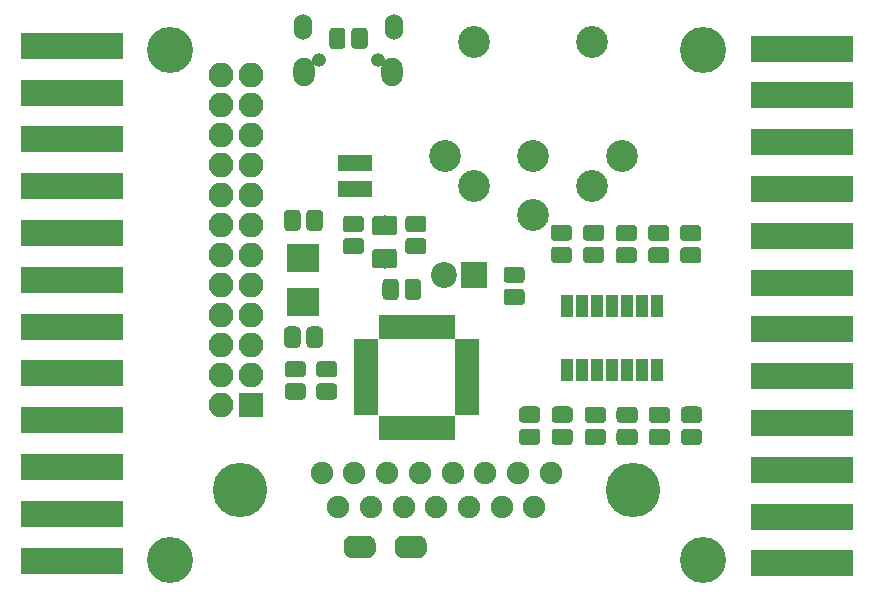
<source format=gbs>
G04 #@! TF.GenerationSoftware,KiCad,Pcbnew,(5.1.2-1)-1*
G04 #@! TF.CreationDate,2019-05-25T13:38:43+02:00*
G04 #@! TF.ProjectId,XoomFloppy Pro,586f6f6d-466c-46f7-9070-792050726f2e,1.1*
G04 #@! TF.SameCoordinates,Original*
G04 #@! TF.FileFunction,Soldermask,Bot*
G04 #@! TF.FilePolarity,Negative*
%FSLAX46Y46*%
G04 Gerber Fmt 4.6, Leading zero omitted, Abs format (unit mm)*
G04 Created by KiCad (PCBNEW (5.1.2-1)-1) date 2019-05-25 13:38:43*
%MOMM*%
%LPD*%
G04 APERTURE LIST*
%ADD10C,3.900000*%
%ADD11R,2.000000X0.950000*%
%ADD12R,0.950000X2.000000*%
%ADD13C,2.700000*%
%ADD14C,0.100000*%
%ADD15C,1.375000*%
%ADD16R,8.655000X2.305000*%
%ADD17R,1.050000X1.460000*%
%ADD18C,1.650000*%
%ADD19R,1.000000X1.900000*%
%ADD20R,2.800000X2.400000*%
%ADD21C,0.500000*%
%ADD22R,2.200000X2.200000*%
%ADD23C,2.200000*%
%ADD24C,1.908000*%
%ADD25C,4.616000*%
%ADD26O,2.100000X2.100000*%
%ADD27R,2.100000X2.100000*%
%ADD28O,1.850000X2.400000*%
%ADD29O,1.550000X2.200000*%
%ADD30O,1.200000X1.200000*%
G04 APERTURE END LIST*
D10*
X147025000Y-123775000D03*
X147025000Y-80575000D03*
X192125000Y-123775000D03*
X192125000Y-80575000D03*
D11*
X163644000Y-105531000D03*
X163644000Y-106331000D03*
X163644000Y-107131000D03*
X163644000Y-107931000D03*
X163644000Y-108731000D03*
X163644000Y-109531000D03*
X163644000Y-110331000D03*
X163644000Y-111131000D03*
D12*
X165094000Y-112581000D03*
X165894000Y-112581000D03*
X166694000Y-112581000D03*
X167494000Y-112581000D03*
X168294000Y-112581000D03*
X169094000Y-112581000D03*
X169894000Y-112581000D03*
X170694000Y-112581000D03*
D11*
X172144000Y-111131000D03*
X172144000Y-110331000D03*
X172144000Y-109531000D03*
X172144000Y-108731000D03*
X172144000Y-107931000D03*
X172144000Y-107131000D03*
X172144000Y-106331000D03*
X172144000Y-105531000D03*
D12*
X170694000Y-104081000D03*
X169894000Y-104081000D03*
X169094000Y-104081000D03*
X168294000Y-104081000D03*
X167494000Y-104081000D03*
X166694000Y-104081000D03*
X165894000Y-104081000D03*
X165094000Y-104081000D03*
D13*
X177763000Y-94599000D03*
X172763000Y-92099000D03*
X182763000Y-92099000D03*
X170263000Y-89599000D03*
X177763000Y-89599000D03*
X185263000Y-89599000D03*
X182763000Y-79899000D03*
X172763000Y-79899000D03*
D14*
G36*
X161555943Y-78730655D02*
G01*
X161589312Y-78735605D01*
X161622035Y-78743802D01*
X161653797Y-78755166D01*
X161684293Y-78769590D01*
X161713227Y-78786932D01*
X161740323Y-78807028D01*
X161765318Y-78829682D01*
X161787972Y-78854677D01*
X161808068Y-78881773D01*
X161825410Y-78910707D01*
X161839834Y-78941203D01*
X161851198Y-78972965D01*
X161859395Y-79005688D01*
X161864345Y-79039057D01*
X161866000Y-79072750D01*
X161866000Y-80185250D01*
X161864345Y-80218943D01*
X161859395Y-80252312D01*
X161851198Y-80285035D01*
X161839834Y-80316797D01*
X161825410Y-80347293D01*
X161808068Y-80376227D01*
X161787972Y-80403323D01*
X161765318Y-80428318D01*
X161740323Y-80450972D01*
X161713227Y-80471068D01*
X161684293Y-80488410D01*
X161653797Y-80502834D01*
X161622035Y-80514198D01*
X161589312Y-80522395D01*
X161555943Y-80527345D01*
X161522250Y-80529000D01*
X160834750Y-80529000D01*
X160801057Y-80527345D01*
X160767688Y-80522395D01*
X160734965Y-80514198D01*
X160703203Y-80502834D01*
X160672707Y-80488410D01*
X160643773Y-80471068D01*
X160616677Y-80450972D01*
X160591682Y-80428318D01*
X160569028Y-80403323D01*
X160548932Y-80376227D01*
X160531590Y-80347293D01*
X160517166Y-80316797D01*
X160505802Y-80285035D01*
X160497605Y-80252312D01*
X160492655Y-80218943D01*
X160491000Y-80185250D01*
X160491000Y-79072750D01*
X160492655Y-79039057D01*
X160497605Y-79005688D01*
X160505802Y-78972965D01*
X160517166Y-78941203D01*
X160531590Y-78910707D01*
X160548932Y-78881773D01*
X160569028Y-78854677D01*
X160591682Y-78829682D01*
X160616677Y-78807028D01*
X160643773Y-78786932D01*
X160672707Y-78769590D01*
X160703203Y-78755166D01*
X160734965Y-78743802D01*
X160767688Y-78735605D01*
X160801057Y-78730655D01*
X160834750Y-78729000D01*
X161522250Y-78729000D01*
X161555943Y-78730655D01*
X161555943Y-78730655D01*
G37*
D15*
X161178500Y-79629000D03*
D14*
G36*
X163430943Y-78730655D02*
G01*
X163464312Y-78735605D01*
X163497035Y-78743802D01*
X163528797Y-78755166D01*
X163559293Y-78769590D01*
X163588227Y-78786932D01*
X163615323Y-78807028D01*
X163640318Y-78829682D01*
X163662972Y-78854677D01*
X163683068Y-78881773D01*
X163700410Y-78910707D01*
X163714834Y-78941203D01*
X163726198Y-78972965D01*
X163734395Y-79005688D01*
X163739345Y-79039057D01*
X163741000Y-79072750D01*
X163741000Y-80185250D01*
X163739345Y-80218943D01*
X163734395Y-80252312D01*
X163726198Y-80285035D01*
X163714834Y-80316797D01*
X163700410Y-80347293D01*
X163683068Y-80376227D01*
X163662972Y-80403323D01*
X163640318Y-80428318D01*
X163615323Y-80450972D01*
X163588227Y-80471068D01*
X163559293Y-80488410D01*
X163528797Y-80502834D01*
X163497035Y-80514198D01*
X163464312Y-80522395D01*
X163430943Y-80527345D01*
X163397250Y-80529000D01*
X162709750Y-80529000D01*
X162676057Y-80527345D01*
X162642688Y-80522395D01*
X162609965Y-80514198D01*
X162578203Y-80502834D01*
X162547707Y-80488410D01*
X162518773Y-80471068D01*
X162491677Y-80450972D01*
X162466682Y-80428318D01*
X162444028Y-80403323D01*
X162423932Y-80376227D01*
X162406590Y-80347293D01*
X162392166Y-80316797D01*
X162380802Y-80285035D01*
X162372605Y-80252312D01*
X162367655Y-80218943D01*
X162366000Y-80185250D01*
X162366000Y-79072750D01*
X162367655Y-79039057D01*
X162372605Y-79005688D01*
X162380802Y-78972965D01*
X162392166Y-78941203D01*
X162406590Y-78910707D01*
X162423932Y-78881773D01*
X162444028Y-78854677D01*
X162466682Y-78829682D01*
X162491677Y-78807028D01*
X162518773Y-78786932D01*
X162547707Y-78769590D01*
X162578203Y-78755166D01*
X162609965Y-78743802D01*
X162642688Y-78735605D01*
X162676057Y-78730655D01*
X162709750Y-78729000D01*
X163397250Y-78729000D01*
X163430943Y-78730655D01*
X163430943Y-78730655D01*
G37*
D15*
X163053500Y-79629000D03*
D14*
G36*
X157751943Y-104026655D02*
G01*
X157785312Y-104031605D01*
X157818035Y-104039802D01*
X157849797Y-104051166D01*
X157880293Y-104065590D01*
X157909227Y-104082932D01*
X157936323Y-104103028D01*
X157961318Y-104125682D01*
X157983972Y-104150677D01*
X158004068Y-104177773D01*
X158021410Y-104206707D01*
X158035834Y-104237203D01*
X158047198Y-104268965D01*
X158055395Y-104301688D01*
X158060345Y-104335057D01*
X158062000Y-104368750D01*
X158062000Y-105481250D01*
X158060345Y-105514943D01*
X158055395Y-105548312D01*
X158047198Y-105581035D01*
X158035834Y-105612797D01*
X158021410Y-105643293D01*
X158004068Y-105672227D01*
X157983972Y-105699323D01*
X157961318Y-105724318D01*
X157936323Y-105746972D01*
X157909227Y-105767068D01*
X157880293Y-105784410D01*
X157849797Y-105798834D01*
X157818035Y-105810198D01*
X157785312Y-105818395D01*
X157751943Y-105823345D01*
X157718250Y-105825000D01*
X157030750Y-105825000D01*
X156997057Y-105823345D01*
X156963688Y-105818395D01*
X156930965Y-105810198D01*
X156899203Y-105798834D01*
X156868707Y-105784410D01*
X156839773Y-105767068D01*
X156812677Y-105746972D01*
X156787682Y-105724318D01*
X156765028Y-105699323D01*
X156744932Y-105672227D01*
X156727590Y-105643293D01*
X156713166Y-105612797D01*
X156701802Y-105581035D01*
X156693605Y-105548312D01*
X156688655Y-105514943D01*
X156687000Y-105481250D01*
X156687000Y-104368750D01*
X156688655Y-104335057D01*
X156693605Y-104301688D01*
X156701802Y-104268965D01*
X156713166Y-104237203D01*
X156727590Y-104206707D01*
X156744932Y-104177773D01*
X156765028Y-104150677D01*
X156787682Y-104125682D01*
X156812677Y-104103028D01*
X156839773Y-104082932D01*
X156868707Y-104065590D01*
X156899203Y-104051166D01*
X156930965Y-104039802D01*
X156963688Y-104031605D01*
X156997057Y-104026655D01*
X157030750Y-104025000D01*
X157718250Y-104025000D01*
X157751943Y-104026655D01*
X157751943Y-104026655D01*
G37*
D15*
X157374500Y-104925000D03*
D14*
G36*
X159626943Y-104026655D02*
G01*
X159660312Y-104031605D01*
X159693035Y-104039802D01*
X159724797Y-104051166D01*
X159755293Y-104065590D01*
X159784227Y-104082932D01*
X159811323Y-104103028D01*
X159836318Y-104125682D01*
X159858972Y-104150677D01*
X159879068Y-104177773D01*
X159896410Y-104206707D01*
X159910834Y-104237203D01*
X159922198Y-104268965D01*
X159930395Y-104301688D01*
X159935345Y-104335057D01*
X159937000Y-104368750D01*
X159937000Y-105481250D01*
X159935345Y-105514943D01*
X159930395Y-105548312D01*
X159922198Y-105581035D01*
X159910834Y-105612797D01*
X159896410Y-105643293D01*
X159879068Y-105672227D01*
X159858972Y-105699323D01*
X159836318Y-105724318D01*
X159811323Y-105746972D01*
X159784227Y-105767068D01*
X159755293Y-105784410D01*
X159724797Y-105798834D01*
X159693035Y-105810198D01*
X159660312Y-105818395D01*
X159626943Y-105823345D01*
X159593250Y-105825000D01*
X158905750Y-105825000D01*
X158872057Y-105823345D01*
X158838688Y-105818395D01*
X158805965Y-105810198D01*
X158774203Y-105798834D01*
X158743707Y-105784410D01*
X158714773Y-105767068D01*
X158687677Y-105746972D01*
X158662682Y-105724318D01*
X158640028Y-105699323D01*
X158619932Y-105672227D01*
X158602590Y-105643293D01*
X158588166Y-105612797D01*
X158576802Y-105581035D01*
X158568605Y-105548312D01*
X158563655Y-105514943D01*
X158562000Y-105481250D01*
X158562000Y-104368750D01*
X158563655Y-104335057D01*
X158568605Y-104301688D01*
X158576802Y-104268965D01*
X158588166Y-104237203D01*
X158602590Y-104206707D01*
X158619932Y-104177773D01*
X158640028Y-104150677D01*
X158662682Y-104125682D01*
X158687677Y-104103028D01*
X158714773Y-104082932D01*
X158743707Y-104065590D01*
X158774203Y-104051166D01*
X158805965Y-104039802D01*
X158838688Y-104031605D01*
X158872057Y-104026655D01*
X158905750Y-104025000D01*
X159593250Y-104025000D01*
X159626943Y-104026655D01*
X159626943Y-104026655D01*
G37*
D15*
X159249500Y-104925000D03*
D14*
G36*
X159626943Y-94126655D02*
G01*
X159660312Y-94131605D01*
X159693035Y-94139802D01*
X159724797Y-94151166D01*
X159755293Y-94165590D01*
X159784227Y-94182932D01*
X159811323Y-94203028D01*
X159836318Y-94225682D01*
X159858972Y-94250677D01*
X159879068Y-94277773D01*
X159896410Y-94306707D01*
X159910834Y-94337203D01*
X159922198Y-94368965D01*
X159930395Y-94401688D01*
X159935345Y-94435057D01*
X159937000Y-94468750D01*
X159937000Y-95581250D01*
X159935345Y-95614943D01*
X159930395Y-95648312D01*
X159922198Y-95681035D01*
X159910834Y-95712797D01*
X159896410Y-95743293D01*
X159879068Y-95772227D01*
X159858972Y-95799323D01*
X159836318Y-95824318D01*
X159811323Y-95846972D01*
X159784227Y-95867068D01*
X159755293Y-95884410D01*
X159724797Y-95898834D01*
X159693035Y-95910198D01*
X159660312Y-95918395D01*
X159626943Y-95923345D01*
X159593250Y-95925000D01*
X158905750Y-95925000D01*
X158872057Y-95923345D01*
X158838688Y-95918395D01*
X158805965Y-95910198D01*
X158774203Y-95898834D01*
X158743707Y-95884410D01*
X158714773Y-95867068D01*
X158687677Y-95846972D01*
X158662682Y-95824318D01*
X158640028Y-95799323D01*
X158619932Y-95772227D01*
X158602590Y-95743293D01*
X158588166Y-95712797D01*
X158576802Y-95681035D01*
X158568605Y-95648312D01*
X158563655Y-95614943D01*
X158562000Y-95581250D01*
X158562000Y-94468750D01*
X158563655Y-94435057D01*
X158568605Y-94401688D01*
X158576802Y-94368965D01*
X158588166Y-94337203D01*
X158602590Y-94306707D01*
X158619932Y-94277773D01*
X158640028Y-94250677D01*
X158662682Y-94225682D01*
X158687677Y-94203028D01*
X158714773Y-94182932D01*
X158743707Y-94165590D01*
X158774203Y-94151166D01*
X158805965Y-94139802D01*
X158838688Y-94131605D01*
X158872057Y-94126655D01*
X158905750Y-94125000D01*
X159593250Y-94125000D01*
X159626943Y-94126655D01*
X159626943Y-94126655D01*
G37*
D15*
X159249500Y-95025000D03*
D14*
G36*
X157751943Y-94126655D02*
G01*
X157785312Y-94131605D01*
X157818035Y-94139802D01*
X157849797Y-94151166D01*
X157880293Y-94165590D01*
X157909227Y-94182932D01*
X157936323Y-94203028D01*
X157961318Y-94225682D01*
X157983972Y-94250677D01*
X158004068Y-94277773D01*
X158021410Y-94306707D01*
X158035834Y-94337203D01*
X158047198Y-94368965D01*
X158055395Y-94401688D01*
X158060345Y-94435057D01*
X158062000Y-94468750D01*
X158062000Y-95581250D01*
X158060345Y-95614943D01*
X158055395Y-95648312D01*
X158047198Y-95681035D01*
X158035834Y-95712797D01*
X158021410Y-95743293D01*
X158004068Y-95772227D01*
X157983972Y-95799323D01*
X157961318Y-95824318D01*
X157936323Y-95846972D01*
X157909227Y-95867068D01*
X157880293Y-95884410D01*
X157849797Y-95898834D01*
X157818035Y-95910198D01*
X157785312Y-95918395D01*
X157751943Y-95923345D01*
X157718250Y-95925000D01*
X157030750Y-95925000D01*
X156997057Y-95923345D01*
X156963688Y-95918395D01*
X156930965Y-95910198D01*
X156899203Y-95898834D01*
X156868707Y-95884410D01*
X156839773Y-95867068D01*
X156812677Y-95846972D01*
X156787682Y-95824318D01*
X156765028Y-95799323D01*
X156744932Y-95772227D01*
X156727590Y-95743293D01*
X156713166Y-95712797D01*
X156701802Y-95681035D01*
X156693605Y-95648312D01*
X156688655Y-95614943D01*
X156687000Y-95581250D01*
X156687000Y-94468750D01*
X156688655Y-94435057D01*
X156693605Y-94401688D01*
X156701802Y-94368965D01*
X156713166Y-94337203D01*
X156727590Y-94306707D01*
X156744932Y-94277773D01*
X156765028Y-94250677D01*
X156787682Y-94225682D01*
X156812677Y-94203028D01*
X156839773Y-94182932D01*
X156868707Y-94165590D01*
X156899203Y-94151166D01*
X156930965Y-94139802D01*
X156963688Y-94131605D01*
X156997057Y-94126655D01*
X157030750Y-94125000D01*
X157718250Y-94125000D01*
X157751943Y-94126655D01*
X157751943Y-94126655D01*
G37*
D15*
X157374500Y-95025000D03*
D14*
G36*
X160863943Y-106961655D02*
G01*
X160897312Y-106966605D01*
X160930035Y-106974802D01*
X160961797Y-106986166D01*
X160992293Y-107000590D01*
X161021227Y-107017932D01*
X161048323Y-107038028D01*
X161073318Y-107060682D01*
X161095972Y-107085677D01*
X161116068Y-107112773D01*
X161133410Y-107141707D01*
X161147834Y-107172203D01*
X161159198Y-107203965D01*
X161167395Y-107236688D01*
X161172345Y-107270057D01*
X161174000Y-107303750D01*
X161174000Y-107991250D01*
X161172345Y-108024943D01*
X161167395Y-108058312D01*
X161159198Y-108091035D01*
X161147834Y-108122797D01*
X161133410Y-108153293D01*
X161116068Y-108182227D01*
X161095972Y-108209323D01*
X161073318Y-108234318D01*
X161048323Y-108256972D01*
X161021227Y-108277068D01*
X160992293Y-108294410D01*
X160961797Y-108308834D01*
X160930035Y-108320198D01*
X160897312Y-108328395D01*
X160863943Y-108333345D01*
X160830250Y-108335000D01*
X159717750Y-108335000D01*
X159684057Y-108333345D01*
X159650688Y-108328395D01*
X159617965Y-108320198D01*
X159586203Y-108308834D01*
X159555707Y-108294410D01*
X159526773Y-108277068D01*
X159499677Y-108256972D01*
X159474682Y-108234318D01*
X159452028Y-108209323D01*
X159431932Y-108182227D01*
X159414590Y-108153293D01*
X159400166Y-108122797D01*
X159388802Y-108091035D01*
X159380605Y-108058312D01*
X159375655Y-108024943D01*
X159374000Y-107991250D01*
X159374000Y-107303750D01*
X159375655Y-107270057D01*
X159380605Y-107236688D01*
X159388802Y-107203965D01*
X159400166Y-107172203D01*
X159414590Y-107141707D01*
X159431932Y-107112773D01*
X159452028Y-107085677D01*
X159474682Y-107060682D01*
X159499677Y-107038028D01*
X159526773Y-107017932D01*
X159555707Y-107000590D01*
X159586203Y-106986166D01*
X159617965Y-106974802D01*
X159650688Y-106966605D01*
X159684057Y-106961655D01*
X159717750Y-106960000D01*
X160830250Y-106960000D01*
X160863943Y-106961655D01*
X160863943Y-106961655D01*
G37*
D15*
X160274000Y-107647500D03*
D14*
G36*
X160863943Y-108836655D02*
G01*
X160897312Y-108841605D01*
X160930035Y-108849802D01*
X160961797Y-108861166D01*
X160992293Y-108875590D01*
X161021227Y-108892932D01*
X161048323Y-108913028D01*
X161073318Y-108935682D01*
X161095972Y-108960677D01*
X161116068Y-108987773D01*
X161133410Y-109016707D01*
X161147834Y-109047203D01*
X161159198Y-109078965D01*
X161167395Y-109111688D01*
X161172345Y-109145057D01*
X161174000Y-109178750D01*
X161174000Y-109866250D01*
X161172345Y-109899943D01*
X161167395Y-109933312D01*
X161159198Y-109966035D01*
X161147834Y-109997797D01*
X161133410Y-110028293D01*
X161116068Y-110057227D01*
X161095972Y-110084323D01*
X161073318Y-110109318D01*
X161048323Y-110131972D01*
X161021227Y-110152068D01*
X160992293Y-110169410D01*
X160961797Y-110183834D01*
X160930035Y-110195198D01*
X160897312Y-110203395D01*
X160863943Y-110208345D01*
X160830250Y-110210000D01*
X159717750Y-110210000D01*
X159684057Y-110208345D01*
X159650688Y-110203395D01*
X159617965Y-110195198D01*
X159586203Y-110183834D01*
X159555707Y-110169410D01*
X159526773Y-110152068D01*
X159499677Y-110131972D01*
X159474682Y-110109318D01*
X159452028Y-110084323D01*
X159431932Y-110057227D01*
X159414590Y-110028293D01*
X159400166Y-109997797D01*
X159388802Y-109966035D01*
X159380605Y-109933312D01*
X159375655Y-109899943D01*
X159374000Y-109866250D01*
X159374000Y-109178750D01*
X159375655Y-109145057D01*
X159380605Y-109111688D01*
X159388802Y-109078965D01*
X159400166Y-109047203D01*
X159414590Y-109016707D01*
X159431932Y-108987773D01*
X159452028Y-108960677D01*
X159474682Y-108935682D01*
X159499677Y-108913028D01*
X159526773Y-108892932D01*
X159555707Y-108875590D01*
X159586203Y-108861166D01*
X159617965Y-108849802D01*
X159650688Y-108841605D01*
X159684057Y-108836655D01*
X159717750Y-108835000D01*
X160830250Y-108835000D01*
X160863943Y-108836655D01*
X160863943Y-108836655D01*
G37*
D15*
X160274000Y-109522500D03*
D14*
G36*
X167939943Y-99976655D02*
G01*
X167973312Y-99981605D01*
X168006035Y-99989802D01*
X168037797Y-100001166D01*
X168068293Y-100015590D01*
X168097227Y-100032932D01*
X168124323Y-100053028D01*
X168149318Y-100075682D01*
X168171972Y-100100677D01*
X168192068Y-100127773D01*
X168209410Y-100156707D01*
X168223834Y-100187203D01*
X168235198Y-100218965D01*
X168243395Y-100251688D01*
X168248345Y-100285057D01*
X168250000Y-100318750D01*
X168250000Y-101431250D01*
X168248345Y-101464943D01*
X168243395Y-101498312D01*
X168235198Y-101531035D01*
X168223834Y-101562797D01*
X168209410Y-101593293D01*
X168192068Y-101622227D01*
X168171972Y-101649323D01*
X168149318Y-101674318D01*
X168124323Y-101696972D01*
X168097227Y-101717068D01*
X168068293Y-101734410D01*
X168037797Y-101748834D01*
X168006035Y-101760198D01*
X167973312Y-101768395D01*
X167939943Y-101773345D01*
X167906250Y-101775000D01*
X167218750Y-101775000D01*
X167185057Y-101773345D01*
X167151688Y-101768395D01*
X167118965Y-101760198D01*
X167087203Y-101748834D01*
X167056707Y-101734410D01*
X167027773Y-101717068D01*
X167000677Y-101696972D01*
X166975682Y-101674318D01*
X166953028Y-101649323D01*
X166932932Y-101622227D01*
X166915590Y-101593293D01*
X166901166Y-101562797D01*
X166889802Y-101531035D01*
X166881605Y-101498312D01*
X166876655Y-101464943D01*
X166875000Y-101431250D01*
X166875000Y-100318750D01*
X166876655Y-100285057D01*
X166881605Y-100251688D01*
X166889802Y-100218965D01*
X166901166Y-100187203D01*
X166915590Y-100156707D01*
X166932932Y-100127773D01*
X166953028Y-100100677D01*
X166975682Y-100075682D01*
X167000677Y-100053028D01*
X167027773Y-100032932D01*
X167056707Y-100015590D01*
X167087203Y-100001166D01*
X167118965Y-99989802D01*
X167151688Y-99981605D01*
X167185057Y-99976655D01*
X167218750Y-99975000D01*
X167906250Y-99975000D01*
X167939943Y-99976655D01*
X167939943Y-99976655D01*
G37*
D15*
X167562500Y-100875000D03*
D14*
G36*
X166064943Y-99976655D02*
G01*
X166098312Y-99981605D01*
X166131035Y-99989802D01*
X166162797Y-100001166D01*
X166193293Y-100015590D01*
X166222227Y-100032932D01*
X166249323Y-100053028D01*
X166274318Y-100075682D01*
X166296972Y-100100677D01*
X166317068Y-100127773D01*
X166334410Y-100156707D01*
X166348834Y-100187203D01*
X166360198Y-100218965D01*
X166368395Y-100251688D01*
X166373345Y-100285057D01*
X166375000Y-100318750D01*
X166375000Y-101431250D01*
X166373345Y-101464943D01*
X166368395Y-101498312D01*
X166360198Y-101531035D01*
X166348834Y-101562797D01*
X166334410Y-101593293D01*
X166317068Y-101622227D01*
X166296972Y-101649323D01*
X166274318Y-101674318D01*
X166249323Y-101696972D01*
X166222227Y-101717068D01*
X166193293Y-101734410D01*
X166162797Y-101748834D01*
X166131035Y-101760198D01*
X166098312Y-101768395D01*
X166064943Y-101773345D01*
X166031250Y-101775000D01*
X165343750Y-101775000D01*
X165310057Y-101773345D01*
X165276688Y-101768395D01*
X165243965Y-101760198D01*
X165212203Y-101748834D01*
X165181707Y-101734410D01*
X165152773Y-101717068D01*
X165125677Y-101696972D01*
X165100682Y-101674318D01*
X165078028Y-101649323D01*
X165057932Y-101622227D01*
X165040590Y-101593293D01*
X165026166Y-101562797D01*
X165014802Y-101531035D01*
X165006605Y-101498312D01*
X165001655Y-101464943D01*
X165000000Y-101431250D01*
X165000000Y-100318750D01*
X165001655Y-100285057D01*
X165006605Y-100251688D01*
X165014802Y-100218965D01*
X165026166Y-100187203D01*
X165040590Y-100156707D01*
X165057932Y-100127773D01*
X165078028Y-100100677D01*
X165100682Y-100075682D01*
X165125677Y-100053028D01*
X165152773Y-100032932D01*
X165181707Y-100015590D01*
X165212203Y-100001166D01*
X165243965Y-99989802D01*
X165276688Y-99981605D01*
X165310057Y-99976655D01*
X165343750Y-99975000D01*
X166031250Y-99975000D01*
X166064943Y-99976655D01*
X166064943Y-99976655D01*
G37*
D15*
X165687500Y-100875000D03*
D16*
X200477000Y-124092200D03*
X200477000Y-120129800D03*
X200477000Y-116167400D03*
X200477000Y-112205000D03*
X200477000Y-108242600D03*
X200477000Y-104280200D03*
X200477000Y-100317800D03*
X200477000Y-96355400D03*
X200477000Y-92393000D03*
X200477000Y-88433140D03*
X200477000Y-84468200D03*
X200477000Y-80505800D03*
D17*
X161725000Y-90225000D03*
X162675000Y-90225000D03*
X163625000Y-90225000D03*
X163625000Y-92425000D03*
X161725000Y-92425000D03*
X162675000Y-92425000D03*
D14*
G36*
X165952346Y-97451589D02*
G01*
X165984380Y-97456341D01*
X166015794Y-97464210D01*
X166046286Y-97475120D01*
X166075561Y-97488966D01*
X166103338Y-97505615D01*
X166129350Y-97524907D01*
X166153345Y-97546655D01*
X166175093Y-97570650D01*
X166194385Y-97596662D01*
X166211034Y-97624439D01*
X166224880Y-97653714D01*
X166235790Y-97684206D01*
X166243659Y-97715620D01*
X166248411Y-97747654D01*
X166250000Y-97780000D01*
X166250000Y-98770000D01*
X166248411Y-98802346D01*
X166243659Y-98834380D01*
X166235790Y-98865794D01*
X166224880Y-98896286D01*
X166211034Y-98925561D01*
X166194385Y-98953338D01*
X166175093Y-98979350D01*
X166153345Y-99003345D01*
X166129350Y-99025093D01*
X166103338Y-99044385D01*
X166075561Y-99061034D01*
X166046286Y-99074880D01*
X166015794Y-99085790D01*
X165984380Y-99093659D01*
X165952346Y-99098411D01*
X165920000Y-99100000D01*
X164430000Y-99100000D01*
X164397654Y-99098411D01*
X164365620Y-99093659D01*
X164334206Y-99085790D01*
X164303714Y-99074880D01*
X164274439Y-99061034D01*
X164246662Y-99044385D01*
X164220650Y-99025093D01*
X164196655Y-99003345D01*
X164174907Y-98979350D01*
X164155615Y-98953338D01*
X164138966Y-98925561D01*
X164125120Y-98896286D01*
X164114210Y-98865794D01*
X164106341Y-98834380D01*
X164101589Y-98802346D01*
X164100000Y-98770000D01*
X164100000Y-97780000D01*
X164101589Y-97747654D01*
X164106341Y-97715620D01*
X164114210Y-97684206D01*
X164125120Y-97653714D01*
X164138966Y-97624439D01*
X164155615Y-97596662D01*
X164174907Y-97570650D01*
X164196655Y-97546655D01*
X164220650Y-97524907D01*
X164246662Y-97505615D01*
X164274439Y-97488966D01*
X164303714Y-97475120D01*
X164334206Y-97464210D01*
X164365620Y-97456341D01*
X164397654Y-97451589D01*
X164430000Y-97450000D01*
X165920000Y-97450000D01*
X165952346Y-97451589D01*
X165952346Y-97451589D01*
G37*
D18*
X165175000Y-98275000D03*
D14*
G36*
X165952346Y-94651589D02*
G01*
X165984380Y-94656341D01*
X166015794Y-94664210D01*
X166046286Y-94675120D01*
X166075561Y-94688966D01*
X166103338Y-94705615D01*
X166129350Y-94724907D01*
X166153345Y-94746655D01*
X166175093Y-94770650D01*
X166194385Y-94796662D01*
X166211034Y-94824439D01*
X166224880Y-94853714D01*
X166235790Y-94884206D01*
X166243659Y-94915620D01*
X166248411Y-94947654D01*
X166250000Y-94980000D01*
X166250000Y-95970000D01*
X166248411Y-96002346D01*
X166243659Y-96034380D01*
X166235790Y-96065794D01*
X166224880Y-96096286D01*
X166211034Y-96125561D01*
X166194385Y-96153338D01*
X166175093Y-96179350D01*
X166153345Y-96203345D01*
X166129350Y-96225093D01*
X166103338Y-96244385D01*
X166075561Y-96261034D01*
X166046286Y-96274880D01*
X166015794Y-96285790D01*
X165984380Y-96293659D01*
X165952346Y-96298411D01*
X165920000Y-96300000D01*
X164430000Y-96300000D01*
X164397654Y-96298411D01*
X164365620Y-96293659D01*
X164334206Y-96285790D01*
X164303714Y-96274880D01*
X164274439Y-96261034D01*
X164246662Y-96244385D01*
X164220650Y-96225093D01*
X164196655Y-96203345D01*
X164174907Y-96179350D01*
X164155615Y-96153338D01*
X164138966Y-96125561D01*
X164125120Y-96096286D01*
X164114210Y-96065794D01*
X164106341Y-96034380D01*
X164101589Y-96002346D01*
X164100000Y-95970000D01*
X164100000Y-94980000D01*
X164101589Y-94947654D01*
X164106341Y-94915620D01*
X164114210Y-94884206D01*
X164125120Y-94853714D01*
X164138966Y-94824439D01*
X164155615Y-94796662D01*
X164174907Y-94770650D01*
X164196655Y-94746655D01*
X164220650Y-94724907D01*
X164246662Y-94705615D01*
X164274439Y-94688966D01*
X164303714Y-94675120D01*
X164334206Y-94664210D01*
X164365620Y-94656341D01*
X164397654Y-94651589D01*
X164430000Y-94650000D01*
X165920000Y-94650000D01*
X165952346Y-94651589D01*
X165952346Y-94651589D01*
G37*
D18*
X165175000Y-95475000D03*
D19*
X188223000Y-107671000D03*
X186953000Y-107671000D03*
X185683000Y-107671000D03*
X184413000Y-107671000D03*
X183143000Y-107671000D03*
X181873000Y-107671000D03*
X180603000Y-107671000D03*
X180603000Y-102271000D03*
X181873000Y-102271000D03*
X183143000Y-102271000D03*
X184413000Y-102271000D03*
X185683000Y-102271000D03*
X186953000Y-102271000D03*
X188223000Y-102271000D03*
D14*
G36*
X191752943Y-110797655D02*
G01*
X191786312Y-110802605D01*
X191819035Y-110810802D01*
X191850797Y-110822166D01*
X191881293Y-110836590D01*
X191910227Y-110853932D01*
X191937323Y-110874028D01*
X191962318Y-110896682D01*
X191984972Y-110921677D01*
X192005068Y-110948773D01*
X192022410Y-110977707D01*
X192036834Y-111008203D01*
X192048198Y-111039965D01*
X192056395Y-111072688D01*
X192061345Y-111106057D01*
X192063000Y-111139750D01*
X192063000Y-111827250D01*
X192061345Y-111860943D01*
X192056395Y-111894312D01*
X192048198Y-111927035D01*
X192036834Y-111958797D01*
X192022410Y-111989293D01*
X192005068Y-112018227D01*
X191984972Y-112045323D01*
X191962318Y-112070318D01*
X191937323Y-112092972D01*
X191910227Y-112113068D01*
X191881293Y-112130410D01*
X191850797Y-112144834D01*
X191819035Y-112156198D01*
X191786312Y-112164395D01*
X191752943Y-112169345D01*
X191719250Y-112171000D01*
X190606750Y-112171000D01*
X190573057Y-112169345D01*
X190539688Y-112164395D01*
X190506965Y-112156198D01*
X190475203Y-112144834D01*
X190444707Y-112130410D01*
X190415773Y-112113068D01*
X190388677Y-112092972D01*
X190363682Y-112070318D01*
X190341028Y-112045323D01*
X190320932Y-112018227D01*
X190303590Y-111989293D01*
X190289166Y-111958797D01*
X190277802Y-111927035D01*
X190269605Y-111894312D01*
X190264655Y-111860943D01*
X190263000Y-111827250D01*
X190263000Y-111139750D01*
X190264655Y-111106057D01*
X190269605Y-111072688D01*
X190277802Y-111039965D01*
X190289166Y-111008203D01*
X190303590Y-110977707D01*
X190320932Y-110948773D01*
X190341028Y-110921677D01*
X190363682Y-110896682D01*
X190388677Y-110874028D01*
X190415773Y-110853932D01*
X190444707Y-110836590D01*
X190475203Y-110822166D01*
X190506965Y-110810802D01*
X190539688Y-110802605D01*
X190573057Y-110797655D01*
X190606750Y-110796000D01*
X191719250Y-110796000D01*
X191752943Y-110797655D01*
X191752943Y-110797655D01*
G37*
D15*
X191163000Y-111483500D03*
D14*
G36*
X191752943Y-112672655D02*
G01*
X191786312Y-112677605D01*
X191819035Y-112685802D01*
X191850797Y-112697166D01*
X191881293Y-112711590D01*
X191910227Y-112728932D01*
X191937323Y-112749028D01*
X191962318Y-112771682D01*
X191984972Y-112796677D01*
X192005068Y-112823773D01*
X192022410Y-112852707D01*
X192036834Y-112883203D01*
X192048198Y-112914965D01*
X192056395Y-112947688D01*
X192061345Y-112981057D01*
X192063000Y-113014750D01*
X192063000Y-113702250D01*
X192061345Y-113735943D01*
X192056395Y-113769312D01*
X192048198Y-113802035D01*
X192036834Y-113833797D01*
X192022410Y-113864293D01*
X192005068Y-113893227D01*
X191984972Y-113920323D01*
X191962318Y-113945318D01*
X191937323Y-113967972D01*
X191910227Y-113988068D01*
X191881293Y-114005410D01*
X191850797Y-114019834D01*
X191819035Y-114031198D01*
X191786312Y-114039395D01*
X191752943Y-114044345D01*
X191719250Y-114046000D01*
X190606750Y-114046000D01*
X190573057Y-114044345D01*
X190539688Y-114039395D01*
X190506965Y-114031198D01*
X190475203Y-114019834D01*
X190444707Y-114005410D01*
X190415773Y-113988068D01*
X190388677Y-113967972D01*
X190363682Y-113945318D01*
X190341028Y-113920323D01*
X190320932Y-113893227D01*
X190303590Y-113864293D01*
X190289166Y-113833797D01*
X190277802Y-113802035D01*
X190269605Y-113769312D01*
X190264655Y-113735943D01*
X190263000Y-113702250D01*
X190263000Y-113014750D01*
X190264655Y-112981057D01*
X190269605Y-112947688D01*
X190277802Y-112914965D01*
X190289166Y-112883203D01*
X190303590Y-112852707D01*
X190320932Y-112823773D01*
X190341028Y-112796677D01*
X190363682Y-112771682D01*
X190388677Y-112749028D01*
X190415773Y-112728932D01*
X190444707Y-112711590D01*
X190475203Y-112697166D01*
X190506965Y-112685802D01*
X190539688Y-112677605D01*
X190573057Y-112672655D01*
X190606750Y-112671000D01*
X191719250Y-112671000D01*
X191752943Y-112672655D01*
X191752943Y-112672655D01*
G37*
D15*
X191163000Y-113358500D03*
D14*
G36*
X191687943Y-97302655D02*
G01*
X191721312Y-97307605D01*
X191754035Y-97315802D01*
X191785797Y-97327166D01*
X191816293Y-97341590D01*
X191845227Y-97358932D01*
X191872323Y-97379028D01*
X191897318Y-97401682D01*
X191919972Y-97426677D01*
X191940068Y-97453773D01*
X191957410Y-97482707D01*
X191971834Y-97513203D01*
X191983198Y-97544965D01*
X191991395Y-97577688D01*
X191996345Y-97611057D01*
X191998000Y-97644750D01*
X191998000Y-98332250D01*
X191996345Y-98365943D01*
X191991395Y-98399312D01*
X191983198Y-98432035D01*
X191971834Y-98463797D01*
X191957410Y-98494293D01*
X191940068Y-98523227D01*
X191919972Y-98550323D01*
X191897318Y-98575318D01*
X191872323Y-98597972D01*
X191845227Y-98618068D01*
X191816293Y-98635410D01*
X191785797Y-98649834D01*
X191754035Y-98661198D01*
X191721312Y-98669395D01*
X191687943Y-98674345D01*
X191654250Y-98676000D01*
X190541750Y-98676000D01*
X190508057Y-98674345D01*
X190474688Y-98669395D01*
X190441965Y-98661198D01*
X190410203Y-98649834D01*
X190379707Y-98635410D01*
X190350773Y-98618068D01*
X190323677Y-98597972D01*
X190298682Y-98575318D01*
X190276028Y-98550323D01*
X190255932Y-98523227D01*
X190238590Y-98494293D01*
X190224166Y-98463797D01*
X190212802Y-98432035D01*
X190204605Y-98399312D01*
X190199655Y-98365943D01*
X190198000Y-98332250D01*
X190198000Y-97644750D01*
X190199655Y-97611057D01*
X190204605Y-97577688D01*
X190212802Y-97544965D01*
X190224166Y-97513203D01*
X190238590Y-97482707D01*
X190255932Y-97453773D01*
X190276028Y-97426677D01*
X190298682Y-97401682D01*
X190323677Y-97379028D01*
X190350773Y-97358932D01*
X190379707Y-97341590D01*
X190410203Y-97327166D01*
X190441965Y-97315802D01*
X190474688Y-97307605D01*
X190508057Y-97302655D01*
X190541750Y-97301000D01*
X191654250Y-97301000D01*
X191687943Y-97302655D01*
X191687943Y-97302655D01*
G37*
D15*
X191098000Y-97988500D03*
D14*
G36*
X191687943Y-95427655D02*
G01*
X191721312Y-95432605D01*
X191754035Y-95440802D01*
X191785797Y-95452166D01*
X191816293Y-95466590D01*
X191845227Y-95483932D01*
X191872323Y-95504028D01*
X191897318Y-95526682D01*
X191919972Y-95551677D01*
X191940068Y-95578773D01*
X191957410Y-95607707D01*
X191971834Y-95638203D01*
X191983198Y-95669965D01*
X191991395Y-95702688D01*
X191996345Y-95736057D01*
X191998000Y-95769750D01*
X191998000Y-96457250D01*
X191996345Y-96490943D01*
X191991395Y-96524312D01*
X191983198Y-96557035D01*
X191971834Y-96588797D01*
X191957410Y-96619293D01*
X191940068Y-96648227D01*
X191919972Y-96675323D01*
X191897318Y-96700318D01*
X191872323Y-96722972D01*
X191845227Y-96743068D01*
X191816293Y-96760410D01*
X191785797Y-96774834D01*
X191754035Y-96786198D01*
X191721312Y-96794395D01*
X191687943Y-96799345D01*
X191654250Y-96801000D01*
X190541750Y-96801000D01*
X190508057Y-96799345D01*
X190474688Y-96794395D01*
X190441965Y-96786198D01*
X190410203Y-96774834D01*
X190379707Y-96760410D01*
X190350773Y-96743068D01*
X190323677Y-96722972D01*
X190298682Y-96700318D01*
X190276028Y-96675323D01*
X190255932Y-96648227D01*
X190238590Y-96619293D01*
X190224166Y-96588797D01*
X190212802Y-96557035D01*
X190204605Y-96524312D01*
X190199655Y-96490943D01*
X190198000Y-96457250D01*
X190198000Y-95769750D01*
X190199655Y-95736057D01*
X190204605Y-95702688D01*
X190212802Y-95669965D01*
X190224166Y-95638203D01*
X190238590Y-95607707D01*
X190255932Y-95578773D01*
X190276028Y-95551677D01*
X190298682Y-95526682D01*
X190323677Y-95504028D01*
X190350773Y-95483932D01*
X190379707Y-95466590D01*
X190410203Y-95452166D01*
X190441965Y-95440802D01*
X190474688Y-95432605D01*
X190508057Y-95427655D01*
X190541750Y-95426000D01*
X191654250Y-95426000D01*
X191687943Y-95427655D01*
X191687943Y-95427655D01*
G37*
D15*
X191098000Y-96113500D03*
D14*
G36*
X189026943Y-110813655D02*
G01*
X189060312Y-110818605D01*
X189093035Y-110826802D01*
X189124797Y-110838166D01*
X189155293Y-110852590D01*
X189184227Y-110869932D01*
X189211323Y-110890028D01*
X189236318Y-110912682D01*
X189258972Y-110937677D01*
X189279068Y-110964773D01*
X189296410Y-110993707D01*
X189310834Y-111024203D01*
X189322198Y-111055965D01*
X189330395Y-111088688D01*
X189335345Y-111122057D01*
X189337000Y-111155750D01*
X189337000Y-111843250D01*
X189335345Y-111876943D01*
X189330395Y-111910312D01*
X189322198Y-111943035D01*
X189310834Y-111974797D01*
X189296410Y-112005293D01*
X189279068Y-112034227D01*
X189258972Y-112061323D01*
X189236318Y-112086318D01*
X189211323Y-112108972D01*
X189184227Y-112129068D01*
X189155293Y-112146410D01*
X189124797Y-112160834D01*
X189093035Y-112172198D01*
X189060312Y-112180395D01*
X189026943Y-112185345D01*
X188993250Y-112187000D01*
X187880750Y-112187000D01*
X187847057Y-112185345D01*
X187813688Y-112180395D01*
X187780965Y-112172198D01*
X187749203Y-112160834D01*
X187718707Y-112146410D01*
X187689773Y-112129068D01*
X187662677Y-112108972D01*
X187637682Y-112086318D01*
X187615028Y-112061323D01*
X187594932Y-112034227D01*
X187577590Y-112005293D01*
X187563166Y-111974797D01*
X187551802Y-111943035D01*
X187543605Y-111910312D01*
X187538655Y-111876943D01*
X187537000Y-111843250D01*
X187537000Y-111155750D01*
X187538655Y-111122057D01*
X187543605Y-111088688D01*
X187551802Y-111055965D01*
X187563166Y-111024203D01*
X187577590Y-110993707D01*
X187594932Y-110964773D01*
X187615028Y-110937677D01*
X187637682Y-110912682D01*
X187662677Y-110890028D01*
X187689773Y-110869932D01*
X187718707Y-110852590D01*
X187749203Y-110838166D01*
X187780965Y-110826802D01*
X187813688Y-110818605D01*
X187847057Y-110813655D01*
X187880750Y-110812000D01*
X188993250Y-110812000D01*
X189026943Y-110813655D01*
X189026943Y-110813655D01*
G37*
D15*
X188437000Y-111499500D03*
D14*
G36*
X189026943Y-112688655D02*
G01*
X189060312Y-112693605D01*
X189093035Y-112701802D01*
X189124797Y-112713166D01*
X189155293Y-112727590D01*
X189184227Y-112744932D01*
X189211323Y-112765028D01*
X189236318Y-112787682D01*
X189258972Y-112812677D01*
X189279068Y-112839773D01*
X189296410Y-112868707D01*
X189310834Y-112899203D01*
X189322198Y-112930965D01*
X189330395Y-112963688D01*
X189335345Y-112997057D01*
X189337000Y-113030750D01*
X189337000Y-113718250D01*
X189335345Y-113751943D01*
X189330395Y-113785312D01*
X189322198Y-113818035D01*
X189310834Y-113849797D01*
X189296410Y-113880293D01*
X189279068Y-113909227D01*
X189258972Y-113936323D01*
X189236318Y-113961318D01*
X189211323Y-113983972D01*
X189184227Y-114004068D01*
X189155293Y-114021410D01*
X189124797Y-114035834D01*
X189093035Y-114047198D01*
X189060312Y-114055395D01*
X189026943Y-114060345D01*
X188993250Y-114062000D01*
X187880750Y-114062000D01*
X187847057Y-114060345D01*
X187813688Y-114055395D01*
X187780965Y-114047198D01*
X187749203Y-114035834D01*
X187718707Y-114021410D01*
X187689773Y-114004068D01*
X187662677Y-113983972D01*
X187637682Y-113961318D01*
X187615028Y-113936323D01*
X187594932Y-113909227D01*
X187577590Y-113880293D01*
X187563166Y-113849797D01*
X187551802Y-113818035D01*
X187543605Y-113785312D01*
X187538655Y-113751943D01*
X187537000Y-113718250D01*
X187537000Y-113030750D01*
X187538655Y-112997057D01*
X187543605Y-112963688D01*
X187551802Y-112930965D01*
X187563166Y-112899203D01*
X187577590Y-112868707D01*
X187594932Y-112839773D01*
X187615028Y-112812677D01*
X187637682Y-112787682D01*
X187662677Y-112765028D01*
X187689773Y-112744932D01*
X187718707Y-112727590D01*
X187749203Y-112713166D01*
X187780965Y-112701802D01*
X187813688Y-112693605D01*
X187847057Y-112688655D01*
X187880750Y-112687000D01*
X188993250Y-112687000D01*
X189026943Y-112688655D01*
X189026943Y-112688655D01*
G37*
D15*
X188437000Y-113374500D03*
D14*
G36*
X188977943Y-97308655D02*
G01*
X189011312Y-97313605D01*
X189044035Y-97321802D01*
X189075797Y-97333166D01*
X189106293Y-97347590D01*
X189135227Y-97364932D01*
X189162323Y-97385028D01*
X189187318Y-97407682D01*
X189209972Y-97432677D01*
X189230068Y-97459773D01*
X189247410Y-97488707D01*
X189261834Y-97519203D01*
X189273198Y-97550965D01*
X189281395Y-97583688D01*
X189286345Y-97617057D01*
X189288000Y-97650750D01*
X189288000Y-98338250D01*
X189286345Y-98371943D01*
X189281395Y-98405312D01*
X189273198Y-98438035D01*
X189261834Y-98469797D01*
X189247410Y-98500293D01*
X189230068Y-98529227D01*
X189209972Y-98556323D01*
X189187318Y-98581318D01*
X189162323Y-98603972D01*
X189135227Y-98624068D01*
X189106293Y-98641410D01*
X189075797Y-98655834D01*
X189044035Y-98667198D01*
X189011312Y-98675395D01*
X188977943Y-98680345D01*
X188944250Y-98682000D01*
X187831750Y-98682000D01*
X187798057Y-98680345D01*
X187764688Y-98675395D01*
X187731965Y-98667198D01*
X187700203Y-98655834D01*
X187669707Y-98641410D01*
X187640773Y-98624068D01*
X187613677Y-98603972D01*
X187588682Y-98581318D01*
X187566028Y-98556323D01*
X187545932Y-98529227D01*
X187528590Y-98500293D01*
X187514166Y-98469797D01*
X187502802Y-98438035D01*
X187494605Y-98405312D01*
X187489655Y-98371943D01*
X187488000Y-98338250D01*
X187488000Y-97650750D01*
X187489655Y-97617057D01*
X187494605Y-97583688D01*
X187502802Y-97550965D01*
X187514166Y-97519203D01*
X187528590Y-97488707D01*
X187545932Y-97459773D01*
X187566028Y-97432677D01*
X187588682Y-97407682D01*
X187613677Y-97385028D01*
X187640773Y-97364932D01*
X187669707Y-97347590D01*
X187700203Y-97333166D01*
X187731965Y-97321802D01*
X187764688Y-97313605D01*
X187798057Y-97308655D01*
X187831750Y-97307000D01*
X188944250Y-97307000D01*
X188977943Y-97308655D01*
X188977943Y-97308655D01*
G37*
D15*
X188388000Y-97994500D03*
D14*
G36*
X188977943Y-95433655D02*
G01*
X189011312Y-95438605D01*
X189044035Y-95446802D01*
X189075797Y-95458166D01*
X189106293Y-95472590D01*
X189135227Y-95489932D01*
X189162323Y-95510028D01*
X189187318Y-95532682D01*
X189209972Y-95557677D01*
X189230068Y-95584773D01*
X189247410Y-95613707D01*
X189261834Y-95644203D01*
X189273198Y-95675965D01*
X189281395Y-95708688D01*
X189286345Y-95742057D01*
X189288000Y-95775750D01*
X189288000Y-96463250D01*
X189286345Y-96496943D01*
X189281395Y-96530312D01*
X189273198Y-96563035D01*
X189261834Y-96594797D01*
X189247410Y-96625293D01*
X189230068Y-96654227D01*
X189209972Y-96681323D01*
X189187318Y-96706318D01*
X189162323Y-96728972D01*
X189135227Y-96749068D01*
X189106293Y-96766410D01*
X189075797Y-96780834D01*
X189044035Y-96792198D01*
X189011312Y-96800395D01*
X188977943Y-96805345D01*
X188944250Y-96807000D01*
X187831750Y-96807000D01*
X187798057Y-96805345D01*
X187764688Y-96800395D01*
X187731965Y-96792198D01*
X187700203Y-96780834D01*
X187669707Y-96766410D01*
X187640773Y-96749068D01*
X187613677Y-96728972D01*
X187588682Y-96706318D01*
X187566028Y-96681323D01*
X187545932Y-96654227D01*
X187528590Y-96625293D01*
X187514166Y-96594797D01*
X187502802Y-96563035D01*
X187494605Y-96530312D01*
X187489655Y-96496943D01*
X187488000Y-96463250D01*
X187488000Y-95775750D01*
X187489655Y-95742057D01*
X187494605Y-95708688D01*
X187502802Y-95675965D01*
X187514166Y-95644203D01*
X187528590Y-95613707D01*
X187545932Y-95584773D01*
X187566028Y-95557677D01*
X187588682Y-95532682D01*
X187613677Y-95510028D01*
X187640773Y-95489932D01*
X187669707Y-95472590D01*
X187700203Y-95458166D01*
X187731965Y-95446802D01*
X187764688Y-95438605D01*
X187798057Y-95433655D01*
X187831750Y-95432000D01*
X188944250Y-95432000D01*
X188977943Y-95433655D01*
X188977943Y-95433655D01*
G37*
D15*
X188388000Y-96119500D03*
D14*
G36*
X183602943Y-110813655D02*
G01*
X183636312Y-110818605D01*
X183669035Y-110826802D01*
X183700797Y-110838166D01*
X183731293Y-110852590D01*
X183760227Y-110869932D01*
X183787323Y-110890028D01*
X183812318Y-110912682D01*
X183834972Y-110937677D01*
X183855068Y-110964773D01*
X183872410Y-110993707D01*
X183886834Y-111024203D01*
X183898198Y-111055965D01*
X183906395Y-111088688D01*
X183911345Y-111122057D01*
X183913000Y-111155750D01*
X183913000Y-111843250D01*
X183911345Y-111876943D01*
X183906395Y-111910312D01*
X183898198Y-111943035D01*
X183886834Y-111974797D01*
X183872410Y-112005293D01*
X183855068Y-112034227D01*
X183834972Y-112061323D01*
X183812318Y-112086318D01*
X183787323Y-112108972D01*
X183760227Y-112129068D01*
X183731293Y-112146410D01*
X183700797Y-112160834D01*
X183669035Y-112172198D01*
X183636312Y-112180395D01*
X183602943Y-112185345D01*
X183569250Y-112187000D01*
X182456750Y-112187000D01*
X182423057Y-112185345D01*
X182389688Y-112180395D01*
X182356965Y-112172198D01*
X182325203Y-112160834D01*
X182294707Y-112146410D01*
X182265773Y-112129068D01*
X182238677Y-112108972D01*
X182213682Y-112086318D01*
X182191028Y-112061323D01*
X182170932Y-112034227D01*
X182153590Y-112005293D01*
X182139166Y-111974797D01*
X182127802Y-111943035D01*
X182119605Y-111910312D01*
X182114655Y-111876943D01*
X182113000Y-111843250D01*
X182113000Y-111155750D01*
X182114655Y-111122057D01*
X182119605Y-111088688D01*
X182127802Y-111055965D01*
X182139166Y-111024203D01*
X182153590Y-110993707D01*
X182170932Y-110964773D01*
X182191028Y-110937677D01*
X182213682Y-110912682D01*
X182238677Y-110890028D01*
X182265773Y-110869932D01*
X182294707Y-110852590D01*
X182325203Y-110838166D01*
X182356965Y-110826802D01*
X182389688Y-110818605D01*
X182423057Y-110813655D01*
X182456750Y-110812000D01*
X183569250Y-110812000D01*
X183602943Y-110813655D01*
X183602943Y-110813655D01*
G37*
D15*
X183013000Y-111499500D03*
D14*
G36*
X183602943Y-112688655D02*
G01*
X183636312Y-112693605D01*
X183669035Y-112701802D01*
X183700797Y-112713166D01*
X183731293Y-112727590D01*
X183760227Y-112744932D01*
X183787323Y-112765028D01*
X183812318Y-112787682D01*
X183834972Y-112812677D01*
X183855068Y-112839773D01*
X183872410Y-112868707D01*
X183886834Y-112899203D01*
X183898198Y-112930965D01*
X183906395Y-112963688D01*
X183911345Y-112997057D01*
X183913000Y-113030750D01*
X183913000Y-113718250D01*
X183911345Y-113751943D01*
X183906395Y-113785312D01*
X183898198Y-113818035D01*
X183886834Y-113849797D01*
X183872410Y-113880293D01*
X183855068Y-113909227D01*
X183834972Y-113936323D01*
X183812318Y-113961318D01*
X183787323Y-113983972D01*
X183760227Y-114004068D01*
X183731293Y-114021410D01*
X183700797Y-114035834D01*
X183669035Y-114047198D01*
X183636312Y-114055395D01*
X183602943Y-114060345D01*
X183569250Y-114062000D01*
X182456750Y-114062000D01*
X182423057Y-114060345D01*
X182389688Y-114055395D01*
X182356965Y-114047198D01*
X182325203Y-114035834D01*
X182294707Y-114021410D01*
X182265773Y-114004068D01*
X182238677Y-113983972D01*
X182213682Y-113961318D01*
X182191028Y-113936323D01*
X182170932Y-113909227D01*
X182153590Y-113880293D01*
X182139166Y-113849797D01*
X182127802Y-113818035D01*
X182119605Y-113785312D01*
X182114655Y-113751943D01*
X182113000Y-113718250D01*
X182113000Y-113030750D01*
X182114655Y-112997057D01*
X182119605Y-112963688D01*
X182127802Y-112930965D01*
X182139166Y-112899203D01*
X182153590Y-112868707D01*
X182170932Y-112839773D01*
X182191028Y-112812677D01*
X182213682Y-112787682D01*
X182238677Y-112765028D01*
X182265773Y-112744932D01*
X182294707Y-112727590D01*
X182325203Y-112713166D01*
X182356965Y-112701802D01*
X182389688Y-112693605D01*
X182423057Y-112688655D01*
X182456750Y-112687000D01*
X183569250Y-112687000D01*
X183602943Y-112688655D01*
X183602943Y-112688655D01*
G37*
D15*
X183013000Y-113374500D03*
D14*
G36*
X186227943Y-97308655D02*
G01*
X186261312Y-97313605D01*
X186294035Y-97321802D01*
X186325797Y-97333166D01*
X186356293Y-97347590D01*
X186385227Y-97364932D01*
X186412323Y-97385028D01*
X186437318Y-97407682D01*
X186459972Y-97432677D01*
X186480068Y-97459773D01*
X186497410Y-97488707D01*
X186511834Y-97519203D01*
X186523198Y-97550965D01*
X186531395Y-97583688D01*
X186536345Y-97617057D01*
X186538000Y-97650750D01*
X186538000Y-98338250D01*
X186536345Y-98371943D01*
X186531395Y-98405312D01*
X186523198Y-98438035D01*
X186511834Y-98469797D01*
X186497410Y-98500293D01*
X186480068Y-98529227D01*
X186459972Y-98556323D01*
X186437318Y-98581318D01*
X186412323Y-98603972D01*
X186385227Y-98624068D01*
X186356293Y-98641410D01*
X186325797Y-98655834D01*
X186294035Y-98667198D01*
X186261312Y-98675395D01*
X186227943Y-98680345D01*
X186194250Y-98682000D01*
X185081750Y-98682000D01*
X185048057Y-98680345D01*
X185014688Y-98675395D01*
X184981965Y-98667198D01*
X184950203Y-98655834D01*
X184919707Y-98641410D01*
X184890773Y-98624068D01*
X184863677Y-98603972D01*
X184838682Y-98581318D01*
X184816028Y-98556323D01*
X184795932Y-98529227D01*
X184778590Y-98500293D01*
X184764166Y-98469797D01*
X184752802Y-98438035D01*
X184744605Y-98405312D01*
X184739655Y-98371943D01*
X184738000Y-98338250D01*
X184738000Y-97650750D01*
X184739655Y-97617057D01*
X184744605Y-97583688D01*
X184752802Y-97550965D01*
X184764166Y-97519203D01*
X184778590Y-97488707D01*
X184795932Y-97459773D01*
X184816028Y-97432677D01*
X184838682Y-97407682D01*
X184863677Y-97385028D01*
X184890773Y-97364932D01*
X184919707Y-97347590D01*
X184950203Y-97333166D01*
X184981965Y-97321802D01*
X185014688Y-97313605D01*
X185048057Y-97308655D01*
X185081750Y-97307000D01*
X186194250Y-97307000D01*
X186227943Y-97308655D01*
X186227943Y-97308655D01*
G37*
D15*
X185638000Y-97994500D03*
D14*
G36*
X186227943Y-95433655D02*
G01*
X186261312Y-95438605D01*
X186294035Y-95446802D01*
X186325797Y-95458166D01*
X186356293Y-95472590D01*
X186385227Y-95489932D01*
X186412323Y-95510028D01*
X186437318Y-95532682D01*
X186459972Y-95557677D01*
X186480068Y-95584773D01*
X186497410Y-95613707D01*
X186511834Y-95644203D01*
X186523198Y-95675965D01*
X186531395Y-95708688D01*
X186536345Y-95742057D01*
X186538000Y-95775750D01*
X186538000Y-96463250D01*
X186536345Y-96496943D01*
X186531395Y-96530312D01*
X186523198Y-96563035D01*
X186511834Y-96594797D01*
X186497410Y-96625293D01*
X186480068Y-96654227D01*
X186459972Y-96681323D01*
X186437318Y-96706318D01*
X186412323Y-96728972D01*
X186385227Y-96749068D01*
X186356293Y-96766410D01*
X186325797Y-96780834D01*
X186294035Y-96792198D01*
X186261312Y-96800395D01*
X186227943Y-96805345D01*
X186194250Y-96807000D01*
X185081750Y-96807000D01*
X185048057Y-96805345D01*
X185014688Y-96800395D01*
X184981965Y-96792198D01*
X184950203Y-96780834D01*
X184919707Y-96766410D01*
X184890773Y-96749068D01*
X184863677Y-96728972D01*
X184838682Y-96706318D01*
X184816028Y-96681323D01*
X184795932Y-96654227D01*
X184778590Y-96625293D01*
X184764166Y-96594797D01*
X184752802Y-96563035D01*
X184744605Y-96530312D01*
X184739655Y-96496943D01*
X184738000Y-96463250D01*
X184738000Y-95775750D01*
X184739655Y-95742057D01*
X184744605Y-95708688D01*
X184752802Y-95675965D01*
X184764166Y-95644203D01*
X184778590Y-95613707D01*
X184795932Y-95584773D01*
X184816028Y-95557677D01*
X184838682Y-95532682D01*
X184863677Y-95510028D01*
X184890773Y-95489932D01*
X184919707Y-95472590D01*
X184950203Y-95458166D01*
X184981965Y-95446802D01*
X185014688Y-95438605D01*
X185048057Y-95433655D01*
X185081750Y-95432000D01*
X186194250Y-95432000D01*
X186227943Y-95433655D01*
X186227943Y-95433655D01*
G37*
D15*
X185638000Y-96119500D03*
D14*
G36*
X178052943Y-110797655D02*
G01*
X178086312Y-110802605D01*
X178119035Y-110810802D01*
X178150797Y-110822166D01*
X178181293Y-110836590D01*
X178210227Y-110853932D01*
X178237323Y-110874028D01*
X178262318Y-110896682D01*
X178284972Y-110921677D01*
X178305068Y-110948773D01*
X178322410Y-110977707D01*
X178336834Y-111008203D01*
X178348198Y-111039965D01*
X178356395Y-111072688D01*
X178361345Y-111106057D01*
X178363000Y-111139750D01*
X178363000Y-111827250D01*
X178361345Y-111860943D01*
X178356395Y-111894312D01*
X178348198Y-111927035D01*
X178336834Y-111958797D01*
X178322410Y-111989293D01*
X178305068Y-112018227D01*
X178284972Y-112045323D01*
X178262318Y-112070318D01*
X178237323Y-112092972D01*
X178210227Y-112113068D01*
X178181293Y-112130410D01*
X178150797Y-112144834D01*
X178119035Y-112156198D01*
X178086312Y-112164395D01*
X178052943Y-112169345D01*
X178019250Y-112171000D01*
X176906750Y-112171000D01*
X176873057Y-112169345D01*
X176839688Y-112164395D01*
X176806965Y-112156198D01*
X176775203Y-112144834D01*
X176744707Y-112130410D01*
X176715773Y-112113068D01*
X176688677Y-112092972D01*
X176663682Y-112070318D01*
X176641028Y-112045323D01*
X176620932Y-112018227D01*
X176603590Y-111989293D01*
X176589166Y-111958797D01*
X176577802Y-111927035D01*
X176569605Y-111894312D01*
X176564655Y-111860943D01*
X176563000Y-111827250D01*
X176563000Y-111139750D01*
X176564655Y-111106057D01*
X176569605Y-111072688D01*
X176577802Y-111039965D01*
X176589166Y-111008203D01*
X176603590Y-110977707D01*
X176620932Y-110948773D01*
X176641028Y-110921677D01*
X176663682Y-110896682D01*
X176688677Y-110874028D01*
X176715773Y-110853932D01*
X176744707Y-110836590D01*
X176775203Y-110822166D01*
X176806965Y-110810802D01*
X176839688Y-110802605D01*
X176873057Y-110797655D01*
X176906750Y-110796000D01*
X178019250Y-110796000D01*
X178052943Y-110797655D01*
X178052943Y-110797655D01*
G37*
D15*
X177463000Y-111483500D03*
D14*
G36*
X178052943Y-112672655D02*
G01*
X178086312Y-112677605D01*
X178119035Y-112685802D01*
X178150797Y-112697166D01*
X178181293Y-112711590D01*
X178210227Y-112728932D01*
X178237323Y-112749028D01*
X178262318Y-112771682D01*
X178284972Y-112796677D01*
X178305068Y-112823773D01*
X178322410Y-112852707D01*
X178336834Y-112883203D01*
X178348198Y-112914965D01*
X178356395Y-112947688D01*
X178361345Y-112981057D01*
X178363000Y-113014750D01*
X178363000Y-113702250D01*
X178361345Y-113735943D01*
X178356395Y-113769312D01*
X178348198Y-113802035D01*
X178336834Y-113833797D01*
X178322410Y-113864293D01*
X178305068Y-113893227D01*
X178284972Y-113920323D01*
X178262318Y-113945318D01*
X178237323Y-113967972D01*
X178210227Y-113988068D01*
X178181293Y-114005410D01*
X178150797Y-114019834D01*
X178119035Y-114031198D01*
X178086312Y-114039395D01*
X178052943Y-114044345D01*
X178019250Y-114046000D01*
X176906750Y-114046000D01*
X176873057Y-114044345D01*
X176839688Y-114039395D01*
X176806965Y-114031198D01*
X176775203Y-114019834D01*
X176744707Y-114005410D01*
X176715773Y-113988068D01*
X176688677Y-113967972D01*
X176663682Y-113945318D01*
X176641028Y-113920323D01*
X176620932Y-113893227D01*
X176603590Y-113864293D01*
X176589166Y-113833797D01*
X176577802Y-113802035D01*
X176569605Y-113769312D01*
X176564655Y-113735943D01*
X176563000Y-113702250D01*
X176563000Y-113014750D01*
X176564655Y-112981057D01*
X176569605Y-112947688D01*
X176577802Y-112914965D01*
X176589166Y-112883203D01*
X176603590Y-112852707D01*
X176620932Y-112823773D01*
X176641028Y-112796677D01*
X176663682Y-112771682D01*
X176688677Y-112749028D01*
X176715773Y-112728932D01*
X176744707Y-112711590D01*
X176775203Y-112697166D01*
X176806965Y-112685802D01*
X176839688Y-112677605D01*
X176873057Y-112672655D01*
X176906750Y-112671000D01*
X178019250Y-112671000D01*
X178052943Y-112672655D01*
X178052943Y-112672655D01*
G37*
D15*
X177463000Y-113358500D03*
D14*
G36*
X180727943Y-97272655D02*
G01*
X180761312Y-97277605D01*
X180794035Y-97285802D01*
X180825797Y-97297166D01*
X180856293Y-97311590D01*
X180885227Y-97328932D01*
X180912323Y-97349028D01*
X180937318Y-97371682D01*
X180959972Y-97396677D01*
X180980068Y-97423773D01*
X180997410Y-97452707D01*
X181011834Y-97483203D01*
X181023198Y-97514965D01*
X181031395Y-97547688D01*
X181036345Y-97581057D01*
X181038000Y-97614750D01*
X181038000Y-98302250D01*
X181036345Y-98335943D01*
X181031395Y-98369312D01*
X181023198Y-98402035D01*
X181011834Y-98433797D01*
X180997410Y-98464293D01*
X180980068Y-98493227D01*
X180959972Y-98520323D01*
X180937318Y-98545318D01*
X180912323Y-98567972D01*
X180885227Y-98588068D01*
X180856293Y-98605410D01*
X180825797Y-98619834D01*
X180794035Y-98631198D01*
X180761312Y-98639395D01*
X180727943Y-98644345D01*
X180694250Y-98646000D01*
X179581750Y-98646000D01*
X179548057Y-98644345D01*
X179514688Y-98639395D01*
X179481965Y-98631198D01*
X179450203Y-98619834D01*
X179419707Y-98605410D01*
X179390773Y-98588068D01*
X179363677Y-98567972D01*
X179338682Y-98545318D01*
X179316028Y-98520323D01*
X179295932Y-98493227D01*
X179278590Y-98464293D01*
X179264166Y-98433797D01*
X179252802Y-98402035D01*
X179244605Y-98369312D01*
X179239655Y-98335943D01*
X179238000Y-98302250D01*
X179238000Y-97614750D01*
X179239655Y-97581057D01*
X179244605Y-97547688D01*
X179252802Y-97514965D01*
X179264166Y-97483203D01*
X179278590Y-97452707D01*
X179295932Y-97423773D01*
X179316028Y-97396677D01*
X179338682Y-97371682D01*
X179363677Y-97349028D01*
X179390773Y-97328932D01*
X179419707Y-97311590D01*
X179450203Y-97297166D01*
X179481965Y-97285802D01*
X179514688Y-97277605D01*
X179548057Y-97272655D01*
X179581750Y-97271000D01*
X180694250Y-97271000D01*
X180727943Y-97272655D01*
X180727943Y-97272655D01*
G37*
D15*
X180138000Y-97958500D03*
D14*
G36*
X180727943Y-95397655D02*
G01*
X180761312Y-95402605D01*
X180794035Y-95410802D01*
X180825797Y-95422166D01*
X180856293Y-95436590D01*
X180885227Y-95453932D01*
X180912323Y-95474028D01*
X180937318Y-95496682D01*
X180959972Y-95521677D01*
X180980068Y-95548773D01*
X180997410Y-95577707D01*
X181011834Y-95608203D01*
X181023198Y-95639965D01*
X181031395Y-95672688D01*
X181036345Y-95706057D01*
X181038000Y-95739750D01*
X181038000Y-96427250D01*
X181036345Y-96460943D01*
X181031395Y-96494312D01*
X181023198Y-96527035D01*
X181011834Y-96558797D01*
X180997410Y-96589293D01*
X180980068Y-96618227D01*
X180959972Y-96645323D01*
X180937318Y-96670318D01*
X180912323Y-96692972D01*
X180885227Y-96713068D01*
X180856293Y-96730410D01*
X180825797Y-96744834D01*
X180794035Y-96756198D01*
X180761312Y-96764395D01*
X180727943Y-96769345D01*
X180694250Y-96771000D01*
X179581750Y-96771000D01*
X179548057Y-96769345D01*
X179514688Y-96764395D01*
X179481965Y-96756198D01*
X179450203Y-96744834D01*
X179419707Y-96730410D01*
X179390773Y-96713068D01*
X179363677Y-96692972D01*
X179338682Y-96670318D01*
X179316028Y-96645323D01*
X179295932Y-96618227D01*
X179278590Y-96589293D01*
X179264166Y-96558797D01*
X179252802Y-96527035D01*
X179244605Y-96494312D01*
X179239655Y-96460943D01*
X179238000Y-96427250D01*
X179238000Y-95739750D01*
X179239655Y-95706057D01*
X179244605Y-95672688D01*
X179252802Y-95639965D01*
X179264166Y-95608203D01*
X179278590Y-95577707D01*
X179295932Y-95548773D01*
X179316028Y-95521677D01*
X179338682Y-95496682D01*
X179363677Y-95474028D01*
X179390773Y-95453932D01*
X179419707Y-95436590D01*
X179450203Y-95422166D01*
X179481965Y-95410802D01*
X179514688Y-95402605D01*
X179548057Y-95397655D01*
X179581750Y-95396000D01*
X180694250Y-95396000D01*
X180727943Y-95397655D01*
X180727943Y-95397655D01*
G37*
D15*
X180138000Y-96083500D03*
D14*
G36*
X186302943Y-110813655D02*
G01*
X186336312Y-110818605D01*
X186369035Y-110826802D01*
X186400797Y-110838166D01*
X186431293Y-110852590D01*
X186460227Y-110869932D01*
X186487323Y-110890028D01*
X186512318Y-110912682D01*
X186534972Y-110937677D01*
X186555068Y-110964773D01*
X186572410Y-110993707D01*
X186586834Y-111024203D01*
X186598198Y-111055965D01*
X186606395Y-111088688D01*
X186611345Y-111122057D01*
X186613000Y-111155750D01*
X186613000Y-111843250D01*
X186611345Y-111876943D01*
X186606395Y-111910312D01*
X186598198Y-111943035D01*
X186586834Y-111974797D01*
X186572410Y-112005293D01*
X186555068Y-112034227D01*
X186534972Y-112061323D01*
X186512318Y-112086318D01*
X186487323Y-112108972D01*
X186460227Y-112129068D01*
X186431293Y-112146410D01*
X186400797Y-112160834D01*
X186369035Y-112172198D01*
X186336312Y-112180395D01*
X186302943Y-112185345D01*
X186269250Y-112187000D01*
X185156750Y-112187000D01*
X185123057Y-112185345D01*
X185089688Y-112180395D01*
X185056965Y-112172198D01*
X185025203Y-112160834D01*
X184994707Y-112146410D01*
X184965773Y-112129068D01*
X184938677Y-112108972D01*
X184913682Y-112086318D01*
X184891028Y-112061323D01*
X184870932Y-112034227D01*
X184853590Y-112005293D01*
X184839166Y-111974797D01*
X184827802Y-111943035D01*
X184819605Y-111910312D01*
X184814655Y-111876943D01*
X184813000Y-111843250D01*
X184813000Y-111155750D01*
X184814655Y-111122057D01*
X184819605Y-111088688D01*
X184827802Y-111055965D01*
X184839166Y-111024203D01*
X184853590Y-110993707D01*
X184870932Y-110964773D01*
X184891028Y-110937677D01*
X184913682Y-110912682D01*
X184938677Y-110890028D01*
X184965773Y-110869932D01*
X184994707Y-110852590D01*
X185025203Y-110838166D01*
X185056965Y-110826802D01*
X185089688Y-110818605D01*
X185123057Y-110813655D01*
X185156750Y-110812000D01*
X186269250Y-110812000D01*
X186302943Y-110813655D01*
X186302943Y-110813655D01*
G37*
D15*
X185713000Y-111499500D03*
D14*
G36*
X186302943Y-112688655D02*
G01*
X186336312Y-112693605D01*
X186369035Y-112701802D01*
X186400797Y-112713166D01*
X186431293Y-112727590D01*
X186460227Y-112744932D01*
X186487323Y-112765028D01*
X186512318Y-112787682D01*
X186534972Y-112812677D01*
X186555068Y-112839773D01*
X186572410Y-112868707D01*
X186586834Y-112899203D01*
X186598198Y-112930965D01*
X186606395Y-112963688D01*
X186611345Y-112997057D01*
X186613000Y-113030750D01*
X186613000Y-113718250D01*
X186611345Y-113751943D01*
X186606395Y-113785312D01*
X186598198Y-113818035D01*
X186586834Y-113849797D01*
X186572410Y-113880293D01*
X186555068Y-113909227D01*
X186534972Y-113936323D01*
X186512318Y-113961318D01*
X186487323Y-113983972D01*
X186460227Y-114004068D01*
X186431293Y-114021410D01*
X186400797Y-114035834D01*
X186369035Y-114047198D01*
X186336312Y-114055395D01*
X186302943Y-114060345D01*
X186269250Y-114062000D01*
X185156750Y-114062000D01*
X185123057Y-114060345D01*
X185089688Y-114055395D01*
X185056965Y-114047198D01*
X185025203Y-114035834D01*
X184994707Y-114021410D01*
X184965773Y-114004068D01*
X184938677Y-113983972D01*
X184913682Y-113961318D01*
X184891028Y-113936323D01*
X184870932Y-113909227D01*
X184853590Y-113880293D01*
X184839166Y-113849797D01*
X184827802Y-113818035D01*
X184819605Y-113785312D01*
X184814655Y-113751943D01*
X184813000Y-113718250D01*
X184813000Y-113030750D01*
X184814655Y-112997057D01*
X184819605Y-112963688D01*
X184827802Y-112930965D01*
X184839166Y-112899203D01*
X184853590Y-112868707D01*
X184870932Y-112839773D01*
X184891028Y-112812677D01*
X184913682Y-112787682D01*
X184938677Y-112765028D01*
X184965773Y-112744932D01*
X184994707Y-112727590D01*
X185025203Y-112713166D01*
X185056965Y-112701802D01*
X185089688Y-112693605D01*
X185123057Y-112688655D01*
X185156750Y-112687000D01*
X186269250Y-112687000D01*
X186302943Y-112688655D01*
X186302943Y-112688655D01*
G37*
D15*
X185713000Y-113374500D03*
D14*
G36*
X183477943Y-95397655D02*
G01*
X183511312Y-95402605D01*
X183544035Y-95410802D01*
X183575797Y-95422166D01*
X183606293Y-95436590D01*
X183635227Y-95453932D01*
X183662323Y-95474028D01*
X183687318Y-95496682D01*
X183709972Y-95521677D01*
X183730068Y-95548773D01*
X183747410Y-95577707D01*
X183761834Y-95608203D01*
X183773198Y-95639965D01*
X183781395Y-95672688D01*
X183786345Y-95706057D01*
X183788000Y-95739750D01*
X183788000Y-96427250D01*
X183786345Y-96460943D01*
X183781395Y-96494312D01*
X183773198Y-96527035D01*
X183761834Y-96558797D01*
X183747410Y-96589293D01*
X183730068Y-96618227D01*
X183709972Y-96645323D01*
X183687318Y-96670318D01*
X183662323Y-96692972D01*
X183635227Y-96713068D01*
X183606293Y-96730410D01*
X183575797Y-96744834D01*
X183544035Y-96756198D01*
X183511312Y-96764395D01*
X183477943Y-96769345D01*
X183444250Y-96771000D01*
X182331750Y-96771000D01*
X182298057Y-96769345D01*
X182264688Y-96764395D01*
X182231965Y-96756198D01*
X182200203Y-96744834D01*
X182169707Y-96730410D01*
X182140773Y-96713068D01*
X182113677Y-96692972D01*
X182088682Y-96670318D01*
X182066028Y-96645323D01*
X182045932Y-96618227D01*
X182028590Y-96589293D01*
X182014166Y-96558797D01*
X182002802Y-96527035D01*
X181994605Y-96494312D01*
X181989655Y-96460943D01*
X181988000Y-96427250D01*
X181988000Y-95739750D01*
X181989655Y-95706057D01*
X181994605Y-95672688D01*
X182002802Y-95639965D01*
X182014166Y-95608203D01*
X182028590Y-95577707D01*
X182045932Y-95548773D01*
X182066028Y-95521677D01*
X182088682Y-95496682D01*
X182113677Y-95474028D01*
X182140773Y-95453932D01*
X182169707Y-95436590D01*
X182200203Y-95422166D01*
X182231965Y-95410802D01*
X182264688Y-95402605D01*
X182298057Y-95397655D01*
X182331750Y-95396000D01*
X183444250Y-95396000D01*
X183477943Y-95397655D01*
X183477943Y-95397655D01*
G37*
D15*
X182888000Y-96083500D03*
D14*
G36*
X183477943Y-97272655D02*
G01*
X183511312Y-97277605D01*
X183544035Y-97285802D01*
X183575797Y-97297166D01*
X183606293Y-97311590D01*
X183635227Y-97328932D01*
X183662323Y-97349028D01*
X183687318Y-97371682D01*
X183709972Y-97396677D01*
X183730068Y-97423773D01*
X183747410Y-97452707D01*
X183761834Y-97483203D01*
X183773198Y-97514965D01*
X183781395Y-97547688D01*
X183786345Y-97581057D01*
X183788000Y-97614750D01*
X183788000Y-98302250D01*
X183786345Y-98335943D01*
X183781395Y-98369312D01*
X183773198Y-98402035D01*
X183761834Y-98433797D01*
X183747410Y-98464293D01*
X183730068Y-98493227D01*
X183709972Y-98520323D01*
X183687318Y-98545318D01*
X183662323Y-98567972D01*
X183635227Y-98588068D01*
X183606293Y-98605410D01*
X183575797Y-98619834D01*
X183544035Y-98631198D01*
X183511312Y-98639395D01*
X183477943Y-98644345D01*
X183444250Y-98646000D01*
X182331750Y-98646000D01*
X182298057Y-98644345D01*
X182264688Y-98639395D01*
X182231965Y-98631198D01*
X182200203Y-98619834D01*
X182169707Y-98605410D01*
X182140773Y-98588068D01*
X182113677Y-98567972D01*
X182088682Y-98545318D01*
X182066028Y-98520323D01*
X182045932Y-98493227D01*
X182028590Y-98464293D01*
X182014166Y-98433797D01*
X182002802Y-98402035D01*
X181994605Y-98369312D01*
X181989655Y-98335943D01*
X181988000Y-98302250D01*
X181988000Y-97614750D01*
X181989655Y-97581057D01*
X181994605Y-97547688D01*
X182002802Y-97514965D01*
X182014166Y-97483203D01*
X182028590Y-97452707D01*
X182045932Y-97423773D01*
X182066028Y-97396677D01*
X182088682Y-97371682D01*
X182113677Y-97349028D01*
X182140773Y-97328932D01*
X182169707Y-97311590D01*
X182200203Y-97297166D01*
X182231965Y-97285802D01*
X182264688Y-97277605D01*
X182298057Y-97272655D01*
X182331750Y-97271000D01*
X183444250Y-97271000D01*
X183477943Y-97272655D01*
X183477943Y-97272655D01*
G37*
D15*
X182888000Y-97958500D03*
D14*
G36*
X180802943Y-110797655D02*
G01*
X180836312Y-110802605D01*
X180869035Y-110810802D01*
X180900797Y-110822166D01*
X180931293Y-110836590D01*
X180960227Y-110853932D01*
X180987323Y-110874028D01*
X181012318Y-110896682D01*
X181034972Y-110921677D01*
X181055068Y-110948773D01*
X181072410Y-110977707D01*
X181086834Y-111008203D01*
X181098198Y-111039965D01*
X181106395Y-111072688D01*
X181111345Y-111106057D01*
X181113000Y-111139750D01*
X181113000Y-111827250D01*
X181111345Y-111860943D01*
X181106395Y-111894312D01*
X181098198Y-111927035D01*
X181086834Y-111958797D01*
X181072410Y-111989293D01*
X181055068Y-112018227D01*
X181034972Y-112045323D01*
X181012318Y-112070318D01*
X180987323Y-112092972D01*
X180960227Y-112113068D01*
X180931293Y-112130410D01*
X180900797Y-112144834D01*
X180869035Y-112156198D01*
X180836312Y-112164395D01*
X180802943Y-112169345D01*
X180769250Y-112171000D01*
X179656750Y-112171000D01*
X179623057Y-112169345D01*
X179589688Y-112164395D01*
X179556965Y-112156198D01*
X179525203Y-112144834D01*
X179494707Y-112130410D01*
X179465773Y-112113068D01*
X179438677Y-112092972D01*
X179413682Y-112070318D01*
X179391028Y-112045323D01*
X179370932Y-112018227D01*
X179353590Y-111989293D01*
X179339166Y-111958797D01*
X179327802Y-111927035D01*
X179319605Y-111894312D01*
X179314655Y-111860943D01*
X179313000Y-111827250D01*
X179313000Y-111139750D01*
X179314655Y-111106057D01*
X179319605Y-111072688D01*
X179327802Y-111039965D01*
X179339166Y-111008203D01*
X179353590Y-110977707D01*
X179370932Y-110948773D01*
X179391028Y-110921677D01*
X179413682Y-110896682D01*
X179438677Y-110874028D01*
X179465773Y-110853932D01*
X179494707Y-110836590D01*
X179525203Y-110822166D01*
X179556965Y-110810802D01*
X179589688Y-110802605D01*
X179623057Y-110797655D01*
X179656750Y-110796000D01*
X180769250Y-110796000D01*
X180802943Y-110797655D01*
X180802943Y-110797655D01*
G37*
D15*
X180213000Y-111483500D03*
D14*
G36*
X180802943Y-112672655D02*
G01*
X180836312Y-112677605D01*
X180869035Y-112685802D01*
X180900797Y-112697166D01*
X180931293Y-112711590D01*
X180960227Y-112728932D01*
X180987323Y-112749028D01*
X181012318Y-112771682D01*
X181034972Y-112796677D01*
X181055068Y-112823773D01*
X181072410Y-112852707D01*
X181086834Y-112883203D01*
X181098198Y-112914965D01*
X181106395Y-112947688D01*
X181111345Y-112981057D01*
X181113000Y-113014750D01*
X181113000Y-113702250D01*
X181111345Y-113735943D01*
X181106395Y-113769312D01*
X181098198Y-113802035D01*
X181086834Y-113833797D01*
X181072410Y-113864293D01*
X181055068Y-113893227D01*
X181034972Y-113920323D01*
X181012318Y-113945318D01*
X180987323Y-113967972D01*
X180960227Y-113988068D01*
X180931293Y-114005410D01*
X180900797Y-114019834D01*
X180869035Y-114031198D01*
X180836312Y-114039395D01*
X180802943Y-114044345D01*
X180769250Y-114046000D01*
X179656750Y-114046000D01*
X179623057Y-114044345D01*
X179589688Y-114039395D01*
X179556965Y-114031198D01*
X179525203Y-114019834D01*
X179494707Y-114005410D01*
X179465773Y-113988068D01*
X179438677Y-113967972D01*
X179413682Y-113945318D01*
X179391028Y-113920323D01*
X179370932Y-113893227D01*
X179353590Y-113864293D01*
X179339166Y-113833797D01*
X179327802Y-113802035D01*
X179319605Y-113769312D01*
X179314655Y-113735943D01*
X179313000Y-113702250D01*
X179313000Y-113014750D01*
X179314655Y-112981057D01*
X179319605Y-112947688D01*
X179327802Y-112914965D01*
X179339166Y-112883203D01*
X179353590Y-112852707D01*
X179370932Y-112823773D01*
X179391028Y-112796677D01*
X179413682Y-112771682D01*
X179438677Y-112749028D01*
X179465773Y-112728932D01*
X179494707Y-112711590D01*
X179525203Y-112697166D01*
X179556965Y-112685802D01*
X179589688Y-112677605D01*
X179623057Y-112672655D01*
X179656750Y-112671000D01*
X180769250Y-112671000D01*
X180802943Y-112672655D01*
X180802943Y-112672655D01*
G37*
D15*
X180213000Y-113358500D03*
D14*
G36*
X176738943Y-100835655D02*
G01*
X176772312Y-100840605D01*
X176805035Y-100848802D01*
X176836797Y-100860166D01*
X176867293Y-100874590D01*
X176896227Y-100891932D01*
X176923323Y-100912028D01*
X176948318Y-100934682D01*
X176970972Y-100959677D01*
X176991068Y-100986773D01*
X177008410Y-101015707D01*
X177022834Y-101046203D01*
X177034198Y-101077965D01*
X177042395Y-101110688D01*
X177047345Y-101144057D01*
X177049000Y-101177750D01*
X177049000Y-101865250D01*
X177047345Y-101898943D01*
X177042395Y-101932312D01*
X177034198Y-101965035D01*
X177022834Y-101996797D01*
X177008410Y-102027293D01*
X176991068Y-102056227D01*
X176970972Y-102083323D01*
X176948318Y-102108318D01*
X176923323Y-102130972D01*
X176896227Y-102151068D01*
X176867293Y-102168410D01*
X176836797Y-102182834D01*
X176805035Y-102194198D01*
X176772312Y-102202395D01*
X176738943Y-102207345D01*
X176705250Y-102209000D01*
X175592750Y-102209000D01*
X175559057Y-102207345D01*
X175525688Y-102202395D01*
X175492965Y-102194198D01*
X175461203Y-102182834D01*
X175430707Y-102168410D01*
X175401773Y-102151068D01*
X175374677Y-102130972D01*
X175349682Y-102108318D01*
X175327028Y-102083323D01*
X175306932Y-102056227D01*
X175289590Y-102027293D01*
X175275166Y-101996797D01*
X175263802Y-101965035D01*
X175255605Y-101932312D01*
X175250655Y-101898943D01*
X175249000Y-101865250D01*
X175249000Y-101177750D01*
X175250655Y-101144057D01*
X175255605Y-101110688D01*
X175263802Y-101077965D01*
X175275166Y-101046203D01*
X175289590Y-101015707D01*
X175306932Y-100986773D01*
X175327028Y-100959677D01*
X175349682Y-100934682D01*
X175374677Y-100912028D01*
X175401773Y-100891932D01*
X175430707Y-100874590D01*
X175461203Y-100860166D01*
X175492965Y-100848802D01*
X175525688Y-100840605D01*
X175559057Y-100835655D01*
X175592750Y-100834000D01*
X176705250Y-100834000D01*
X176738943Y-100835655D01*
X176738943Y-100835655D01*
G37*
D15*
X176149000Y-101521500D03*
D14*
G36*
X176738943Y-98960655D02*
G01*
X176772312Y-98965605D01*
X176805035Y-98973802D01*
X176836797Y-98985166D01*
X176867293Y-98999590D01*
X176896227Y-99016932D01*
X176923323Y-99037028D01*
X176948318Y-99059682D01*
X176970972Y-99084677D01*
X176991068Y-99111773D01*
X177008410Y-99140707D01*
X177022834Y-99171203D01*
X177034198Y-99202965D01*
X177042395Y-99235688D01*
X177047345Y-99269057D01*
X177049000Y-99302750D01*
X177049000Y-99990250D01*
X177047345Y-100023943D01*
X177042395Y-100057312D01*
X177034198Y-100090035D01*
X177022834Y-100121797D01*
X177008410Y-100152293D01*
X176991068Y-100181227D01*
X176970972Y-100208323D01*
X176948318Y-100233318D01*
X176923323Y-100255972D01*
X176896227Y-100276068D01*
X176867293Y-100293410D01*
X176836797Y-100307834D01*
X176805035Y-100319198D01*
X176772312Y-100327395D01*
X176738943Y-100332345D01*
X176705250Y-100334000D01*
X175592750Y-100334000D01*
X175559057Y-100332345D01*
X175525688Y-100327395D01*
X175492965Y-100319198D01*
X175461203Y-100307834D01*
X175430707Y-100293410D01*
X175401773Y-100276068D01*
X175374677Y-100255972D01*
X175349682Y-100233318D01*
X175327028Y-100208323D01*
X175306932Y-100181227D01*
X175289590Y-100152293D01*
X175275166Y-100121797D01*
X175263802Y-100090035D01*
X175255605Y-100057312D01*
X175250655Y-100023943D01*
X175249000Y-99990250D01*
X175249000Y-99302750D01*
X175250655Y-99269057D01*
X175255605Y-99235688D01*
X175263802Y-99202965D01*
X175275166Y-99171203D01*
X175289590Y-99140707D01*
X175306932Y-99111773D01*
X175327028Y-99084677D01*
X175349682Y-99059682D01*
X175374677Y-99037028D01*
X175401773Y-99016932D01*
X175430707Y-98999590D01*
X175461203Y-98985166D01*
X175492965Y-98973802D01*
X175525688Y-98965605D01*
X175559057Y-98960655D01*
X175592750Y-98959000D01*
X176705250Y-98959000D01*
X176738943Y-98960655D01*
X176738943Y-98960655D01*
G37*
D15*
X176149000Y-99646500D03*
D14*
G36*
X163114943Y-96526655D02*
G01*
X163148312Y-96531605D01*
X163181035Y-96539802D01*
X163212797Y-96551166D01*
X163243293Y-96565590D01*
X163272227Y-96582932D01*
X163299323Y-96603028D01*
X163324318Y-96625682D01*
X163346972Y-96650677D01*
X163367068Y-96677773D01*
X163384410Y-96706707D01*
X163398834Y-96737203D01*
X163410198Y-96768965D01*
X163418395Y-96801688D01*
X163423345Y-96835057D01*
X163425000Y-96868750D01*
X163425000Y-97556250D01*
X163423345Y-97589943D01*
X163418395Y-97623312D01*
X163410198Y-97656035D01*
X163398834Y-97687797D01*
X163384410Y-97718293D01*
X163367068Y-97747227D01*
X163346972Y-97774323D01*
X163324318Y-97799318D01*
X163299323Y-97821972D01*
X163272227Y-97842068D01*
X163243293Y-97859410D01*
X163212797Y-97873834D01*
X163181035Y-97885198D01*
X163148312Y-97893395D01*
X163114943Y-97898345D01*
X163081250Y-97900000D01*
X161968750Y-97900000D01*
X161935057Y-97898345D01*
X161901688Y-97893395D01*
X161868965Y-97885198D01*
X161837203Y-97873834D01*
X161806707Y-97859410D01*
X161777773Y-97842068D01*
X161750677Y-97821972D01*
X161725682Y-97799318D01*
X161703028Y-97774323D01*
X161682932Y-97747227D01*
X161665590Y-97718293D01*
X161651166Y-97687797D01*
X161639802Y-97656035D01*
X161631605Y-97623312D01*
X161626655Y-97589943D01*
X161625000Y-97556250D01*
X161625000Y-96868750D01*
X161626655Y-96835057D01*
X161631605Y-96801688D01*
X161639802Y-96768965D01*
X161651166Y-96737203D01*
X161665590Y-96706707D01*
X161682932Y-96677773D01*
X161703028Y-96650677D01*
X161725682Y-96625682D01*
X161750677Y-96603028D01*
X161777773Y-96582932D01*
X161806707Y-96565590D01*
X161837203Y-96551166D01*
X161868965Y-96539802D01*
X161901688Y-96531605D01*
X161935057Y-96526655D01*
X161968750Y-96525000D01*
X163081250Y-96525000D01*
X163114943Y-96526655D01*
X163114943Y-96526655D01*
G37*
D15*
X162525000Y-97212500D03*
D14*
G36*
X163114943Y-94651655D02*
G01*
X163148312Y-94656605D01*
X163181035Y-94664802D01*
X163212797Y-94676166D01*
X163243293Y-94690590D01*
X163272227Y-94707932D01*
X163299323Y-94728028D01*
X163324318Y-94750682D01*
X163346972Y-94775677D01*
X163367068Y-94802773D01*
X163384410Y-94831707D01*
X163398834Y-94862203D01*
X163410198Y-94893965D01*
X163418395Y-94926688D01*
X163423345Y-94960057D01*
X163425000Y-94993750D01*
X163425000Y-95681250D01*
X163423345Y-95714943D01*
X163418395Y-95748312D01*
X163410198Y-95781035D01*
X163398834Y-95812797D01*
X163384410Y-95843293D01*
X163367068Y-95872227D01*
X163346972Y-95899323D01*
X163324318Y-95924318D01*
X163299323Y-95946972D01*
X163272227Y-95967068D01*
X163243293Y-95984410D01*
X163212797Y-95998834D01*
X163181035Y-96010198D01*
X163148312Y-96018395D01*
X163114943Y-96023345D01*
X163081250Y-96025000D01*
X161968750Y-96025000D01*
X161935057Y-96023345D01*
X161901688Y-96018395D01*
X161868965Y-96010198D01*
X161837203Y-95998834D01*
X161806707Y-95984410D01*
X161777773Y-95967068D01*
X161750677Y-95946972D01*
X161725682Y-95924318D01*
X161703028Y-95899323D01*
X161682932Y-95872227D01*
X161665590Y-95843293D01*
X161651166Y-95812797D01*
X161639802Y-95781035D01*
X161631605Y-95748312D01*
X161626655Y-95714943D01*
X161625000Y-95681250D01*
X161625000Y-94993750D01*
X161626655Y-94960057D01*
X161631605Y-94926688D01*
X161639802Y-94893965D01*
X161651166Y-94862203D01*
X161665590Y-94831707D01*
X161682932Y-94802773D01*
X161703028Y-94775677D01*
X161725682Y-94750682D01*
X161750677Y-94728028D01*
X161777773Y-94707932D01*
X161806707Y-94690590D01*
X161837203Y-94676166D01*
X161868965Y-94664802D01*
X161901688Y-94656605D01*
X161935057Y-94651655D01*
X161968750Y-94650000D01*
X163081250Y-94650000D01*
X163114943Y-94651655D01*
X163114943Y-94651655D01*
G37*
D15*
X162525000Y-95337500D03*
D14*
G36*
X168414943Y-94651655D02*
G01*
X168448312Y-94656605D01*
X168481035Y-94664802D01*
X168512797Y-94676166D01*
X168543293Y-94690590D01*
X168572227Y-94707932D01*
X168599323Y-94728028D01*
X168624318Y-94750682D01*
X168646972Y-94775677D01*
X168667068Y-94802773D01*
X168684410Y-94831707D01*
X168698834Y-94862203D01*
X168710198Y-94893965D01*
X168718395Y-94926688D01*
X168723345Y-94960057D01*
X168725000Y-94993750D01*
X168725000Y-95681250D01*
X168723345Y-95714943D01*
X168718395Y-95748312D01*
X168710198Y-95781035D01*
X168698834Y-95812797D01*
X168684410Y-95843293D01*
X168667068Y-95872227D01*
X168646972Y-95899323D01*
X168624318Y-95924318D01*
X168599323Y-95946972D01*
X168572227Y-95967068D01*
X168543293Y-95984410D01*
X168512797Y-95998834D01*
X168481035Y-96010198D01*
X168448312Y-96018395D01*
X168414943Y-96023345D01*
X168381250Y-96025000D01*
X167268750Y-96025000D01*
X167235057Y-96023345D01*
X167201688Y-96018395D01*
X167168965Y-96010198D01*
X167137203Y-95998834D01*
X167106707Y-95984410D01*
X167077773Y-95967068D01*
X167050677Y-95946972D01*
X167025682Y-95924318D01*
X167003028Y-95899323D01*
X166982932Y-95872227D01*
X166965590Y-95843293D01*
X166951166Y-95812797D01*
X166939802Y-95781035D01*
X166931605Y-95748312D01*
X166926655Y-95714943D01*
X166925000Y-95681250D01*
X166925000Y-94993750D01*
X166926655Y-94960057D01*
X166931605Y-94926688D01*
X166939802Y-94893965D01*
X166951166Y-94862203D01*
X166965590Y-94831707D01*
X166982932Y-94802773D01*
X167003028Y-94775677D01*
X167025682Y-94750682D01*
X167050677Y-94728028D01*
X167077773Y-94707932D01*
X167106707Y-94690590D01*
X167137203Y-94676166D01*
X167168965Y-94664802D01*
X167201688Y-94656605D01*
X167235057Y-94651655D01*
X167268750Y-94650000D01*
X168381250Y-94650000D01*
X168414943Y-94651655D01*
X168414943Y-94651655D01*
G37*
D15*
X167825000Y-95337500D03*
D14*
G36*
X168414943Y-96526655D02*
G01*
X168448312Y-96531605D01*
X168481035Y-96539802D01*
X168512797Y-96551166D01*
X168543293Y-96565590D01*
X168572227Y-96582932D01*
X168599323Y-96603028D01*
X168624318Y-96625682D01*
X168646972Y-96650677D01*
X168667068Y-96677773D01*
X168684410Y-96706707D01*
X168698834Y-96737203D01*
X168710198Y-96768965D01*
X168718395Y-96801688D01*
X168723345Y-96835057D01*
X168725000Y-96868750D01*
X168725000Y-97556250D01*
X168723345Y-97589943D01*
X168718395Y-97623312D01*
X168710198Y-97656035D01*
X168698834Y-97687797D01*
X168684410Y-97718293D01*
X168667068Y-97747227D01*
X168646972Y-97774323D01*
X168624318Y-97799318D01*
X168599323Y-97821972D01*
X168572227Y-97842068D01*
X168543293Y-97859410D01*
X168512797Y-97873834D01*
X168481035Y-97885198D01*
X168448312Y-97893395D01*
X168414943Y-97898345D01*
X168381250Y-97900000D01*
X167268750Y-97900000D01*
X167235057Y-97898345D01*
X167201688Y-97893395D01*
X167168965Y-97885198D01*
X167137203Y-97873834D01*
X167106707Y-97859410D01*
X167077773Y-97842068D01*
X167050677Y-97821972D01*
X167025682Y-97799318D01*
X167003028Y-97774323D01*
X166982932Y-97747227D01*
X166965590Y-97718293D01*
X166951166Y-97687797D01*
X166939802Y-97656035D01*
X166931605Y-97623312D01*
X166926655Y-97589943D01*
X166925000Y-97556250D01*
X166925000Y-96868750D01*
X166926655Y-96835057D01*
X166931605Y-96801688D01*
X166939802Y-96768965D01*
X166951166Y-96737203D01*
X166965590Y-96706707D01*
X166982932Y-96677773D01*
X167003028Y-96650677D01*
X167025682Y-96625682D01*
X167050677Y-96603028D01*
X167077773Y-96582932D01*
X167106707Y-96565590D01*
X167137203Y-96551166D01*
X167168965Y-96539802D01*
X167201688Y-96531605D01*
X167235057Y-96526655D01*
X167268750Y-96525000D01*
X168381250Y-96525000D01*
X168414943Y-96526655D01*
X168414943Y-96526655D01*
G37*
D15*
X167825000Y-97212500D03*
D14*
G36*
X158196943Y-106961655D02*
G01*
X158230312Y-106966605D01*
X158263035Y-106974802D01*
X158294797Y-106986166D01*
X158325293Y-107000590D01*
X158354227Y-107017932D01*
X158381323Y-107038028D01*
X158406318Y-107060682D01*
X158428972Y-107085677D01*
X158449068Y-107112773D01*
X158466410Y-107141707D01*
X158480834Y-107172203D01*
X158492198Y-107203965D01*
X158500395Y-107236688D01*
X158505345Y-107270057D01*
X158507000Y-107303750D01*
X158507000Y-107991250D01*
X158505345Y-108024943D01*
X158500395Y-108058312D01*
X158492198Y-108091035D01*
X158480834Y-108122797D01*
X158466410Y-108153293D01*
X158449068Y-108182227D01*
X158428972Y-108209323D01*
X158406318Y-108234318D01*
X158381323Y-108256972D01*
X158354227Y-108277068D01*
X158325293Y-108294410D01*
X158294797Y-108308834D01*
X158263035Y-108320198D01*
X158230312Y-108328395D01*
X158196943Y-108333345D01*
X158163250Y-108335000D01*
X157050750Y-108335000D01*
X157017057Y-108333345D01*
X156983688Y-108328395D01*
X156950965Y-108320198D01*
X156919203Y-108308834D01*
X156888707Y-108294410D01*
X156859773Y-108277068D01*
X156832677Y-108256972D01*
X156807682Y-108234318D01*
X156785028Y-108209323D01*
X156764932Y-108182227D01*
X156747590Y-108153293D01*
X156733166Y-108122797D01*
X156721802Y-108091035D01*
X156713605Y-108058312D01*
X156708655Y-108024943D01*
X156707000Y-107991250D01*
X156707000Y-107303750D01*
X156708655Y-107270057D01*
X156713605Y-107236688D01*
X156721802Y-107203965D01*
X156733166Y-107172203D01*
X156747590Y-107141707D01*
X156764932Y-107112773D01*
X156785028Y-107085677D01*
X156807682Y-107060682D01*
X156832677Y-107038028D01*
X156859773Y-107017932D01*
X156888707Y-107000590D01*
X156919203Y-106986166D01*
X156950965Y-106974802D01*
X156983688Y-106966605D01*
X157017057Y-106961655D01*
X157050750Y-106960000D01*
X158163250Y-106960000D01*
X158196943Y-106961655D01*
X158196943Y-106961655D01*
G37*
D15*
X157607000Y-107647500D03*
D14*
G36*
X158196943Y-108836655D02*
G01*
X158230312Y-108841605D01*
X158263035Y-108849802D01*
X158294797Y-108861166D01*
X158325293Y-108875590D01*
X158354227Y-108892932D01*
X158381323Y-108913028D01*
X158406318Y-108935682D01*
X158428972Y-108960677D01*
X158449068Y-108987773D01*
X158466410Y-109016707D01*
X158480834Y-109047203D01*
X158492198Y-109078965D01*
X158500395Y-109111688D01*
X158505345Y-109145057D01*
X158507000Y-109178750D01*
X158507000Y-109866250D01*
X158505345Y-109899943D01*
X158500395Y-109933312D01*
X158492198Y-109966035D01*
X158480834Y-109997797D01*
X158466410Y-110028293D01*
X158449068Y-110057227D01*
X158428972Y-110084323D01*
X158406318Y-110109318D01*
X158381323Y-110131972D01*
X158354227Y-110152068D01*
X158325293Y-110169410D01*
X158294797Y-110183834D01*
X158263035Y-110195198D01*
X158230312Y-110203395D01*
X158196943Y-110208345D01*
X158163250Y-110210000D01*
X157050750Y-110210000D01*
X157017057Y-110208345D01*
X156983688Y-110203395D01*
X156950965Y-110195198D01*
X156919203Y-110183834D01*
X156888707Y-110169410D01*
X156859773Y-110152068D01*
X156832677Y-110131972D01*
X156807682Y-110109318D01*
X156785028Y-110084323D01*
X156764932Y-110057227D01*
X156747590Y-110028293D01*
X156733166Y-109997797D01*
X156721802Y-109966035D01*
X156713605Y-109933312D01*
X156708655Y-109899943D01*
X156707000Y-109866250D01*
X156707000Y-109178750D01*
X156708655Y-109145057D01*
X156713605Y-109111688D01*
X156721802Y-109078965D01*
X156733166Y-109047203D01*
X156747590Y-109016707D01*
X156764932Y-108987773D01*
X156785028Y-108960677D01*
X156807682Y-108935682D01*
X156832677Y-108913028D01*
X156859773Y-108892932D01*
X156888707Y-108875590D01*
X156919203Y-108861166D01*
X156950965Y-108849802D01*
X156983688Y-108841605D01*
X157017057Y-108836655D01*
X157050750Y-108835000D01*
X158163250Y-108835000D01*
X158196943Y-108836655D01*
X158196943Y-108836655D01*
G37*
D15*
X157607000Y-109522500D03*
D20*
X158312000Y-101913000D03*
X158312000Y-98213000D03*
D21*
X168036000Y-122682000D03*
D14*
G36*
X168042112Y-121732602D02*
G01*
X168060534Y-121732602D01*
X168080140Y-121733565D01*
X168128971Y-121738375D01*
X168148380Y-121741254D01*
X168196505Y-121750826D01*
X168215548Y-121755596D01*
X168262503Y-121769840D01*
X168280980Y-121776451D01*
X168326313Y-121795228D01*
X168344061Y-121803623D01*
X168387334Y-121826754D01*
X168404162Y-121836840D01*
X168444961Y-121864100D01*
X168460730Y-121875795D01*
X168498659Y-121906923D01*
X168513200Y-121920103D01*
X168547897Y-121954800D01*
X168561077Y-121969341D01*
X168592205Y-122007270D01*
X168603900Y-122023039D01*
X168631160Y-122063838D01*
X168641246Y-122080666D01*
X168664377Y-122123939D01*
X168672772Y-122141687D01*
X168691549Y-122187020D01*
X168698160Y-122205497D01*
X168712404Y-122252452D01*
X168717174Y-122271495D01*
X168726746Y-122319620D01*
X168729625Y-122339029D01*
X168734435Y-122387860D01*
X168735398Y-122407466D01*
X168735398Y-122425888D01*
X168736000Y-122432000D01*
X168736000Y-122932000D01*
X168735398Y-122938112D01*
X168735398Y-122956534D01*
X168734435Y-122976140D01*
X168729625Y-123024971D01*
X168726746Y-123044380D01*
X168717174Y-123092505D01*
X168712404Y-123111548D01*
X168698160Y-123158503D01*
X168691549Y-123176980D01*
X168672772Y-123222313D01*
X168664377Y-123240061D01*
X168641246Y-123283334D01*
X168631160Y-123300162D01*
X168603900Y-123340961D01*
X168592205Y-123356730D01*
X168561077Y-123394659D01*
X168547897Y-123409200D01*
X168513200Y-123443897D01*
X168498659Y-123457077D01*
X168460730Y-123488205D01*
X168444961Y-123499900D01*
X168404162Y-123527160D01*
X168387334Y-123537246D01*
X168344061Y-123560377D01*
X168326313Y-123568772D01*
X168280980Y-123587549D01*
X168262503Y-123594160D01*
X168215548Y-123608404D01*
X168196505Y-123613174D01*
X168148380Y-123622746D01*
X168128971Y-123625625D01*
X168080140Y-123630435D01*
X168060534Y-123631398D01*
X168042112Y-123631398D01*
X168036000Y-123632000D01*
X167536000Y-123632000D01*
X167496982Y-123628157D01*
X167459463Y-123616776D01*
X167424886Y-123598294D01*
X167394579Y-123573421D01*
X167369706Y-123543114D01*
X167351224Y-123508537D01*
X167339843Y-123471018D01*
X167336000Y-123432000D01*
X167336000Y-121932000D01*
X167339843Y-121892982D01*
X167351224Y-121855463D01*
X167369706Y-121820886D01*
X167394579Y-121790579D01*
X167424886Y-121765706D01*
X167459463Y-121747224D01*
X167496982Y-121735843D01*
X167536000Y-121732000D01*
X168036000Y-121732000D01*
X168042112Y-121732602D01*
X168042112Y-121732602D01*
G37*
D21*
X166736000Y-122682000D03*
D14*
G36*
X167275018Y-121735843D02*
G01*
X167312537Y-121747224D01*
X167347114Y-121765706D01*
X167377421Y-121790579D01*
X167402294Y-121820886D01*
X167420776Y-121855463D01*
X167432157Y-121892982D01*
X167436000Y-121932000D01*
X167436000Y-123432000D01*
X167432157Y-123471018D01*
X167420776Y-123508537D01*
X167402294Y-123543114D01*
X167377421Y-123573421D01*
X167347114Y-123598294D01*
X167312537Y-123616776D01*
X167275018Y-123628157D01*
X167236000Y-123632000D01*
X166736000Y-123632000D01*
X166729888Y-123631398D01*
X166711466Y-123631398D01*
X166691860Y-123630435D01*
X166643029Y-123625625D01*
X166623620Y-123622746D01*
X166575495Y-123613174D01*
X166556452Y-123608404D01*
X166509497Y-123594160D01*
X166491020Y-123587549D01*
X166445687Y-123568772D01*
X166427939Y-123560377D01*
X166384666Y-123537246D01*
X166367838Y-123527160D01*
X166327039Y-123499900D01*
X166311270Y-123488205D01*
X166273341Y-123457077D01*
X166258800Y-123443897D01*
X166224103Y-123409200D01*
X166210923Y-123394659D01*
X166179795Y-123356730D01*
X166168100Y-123340961D01*
X166140840Y-123300162D01*
X166130754Y-123283334D01*
X166107623Y-123240061D01*
X166099228Y-123222313D01*
X166080451Y-123176980D01*
X166073840Y-123158503D01*
X166059596Y-123111548D01*
X166054826Y-123092505D01*
X166045254Y-123044380D01*
X166042375Y-123024971D01*
X166037565Y-122976140D01*
X166036602Y-122956534D01*
X166036602Y-122938112D01*
X166036000Y-122932000D01*
X166036000Y-122432000D01*
X166036602Y-122425888D01*
X166036602Y-122407466D01*
X166037565Y-122387860D01*
X166042375Y-122339029D01*
X166045254Y-122319620D01*
X166054826Y-122271495D01*
X166059596Y-122252452D01*
X166073840Y-122205497D01*
X166080451Y-122187020D01*
X166099228Y-122141687D01*
X166107623Y-122123939D01*
X166130754Y-122080666D01*
X166140840Y-122063838D01*
X166168100Y-122023039D01*
X166179795Y-122007270D01*
X166210923Y-121969341D01*
X166224103Y-121954800D01*
X166258800Y-121920103D01*
X166273341Y-121906923D01*
X166311270Y-121875795D01*
X166327039Y-121864100D01*
X166367838Y-121836840D01*
X166384666Y-121826754D01*
X166427939Y-121803623D01*
X166445687Y-121795228D01*
X166491020Y-121776451D01*
X166509497Y-121769840D01*
X166556452Y-121755596D01*
X166575495Y-121750826D01*
X166623620Y-121741254D01*
X166643029Y-121738375D01*
X166691860Y-121733565D01*
X166711466Y-121732602D01*
X166729888Y-121732602D01*
X166736000Y-121732000D01*
X167236000Y-121732000D01*
X167275018Y-121735843D01*
X167275018Y-121735843D01*
G37*
D21*
X162418000Y-122682000D03*
D14*
G36*
X162957018Y-121735843D02*
G01*
X162994537Y-121747224D01*
X163029114Y-121765706D01*
X163059421Y-121790579D01*
X163084294Y-121820886D01*
X163102776Y-121855463D01*
X163114157Y-121892982D01*
X163118000Y-121932000D01*
X163118000Y-123432000D01*
X163114157Y-123471018D01*
X163102776Y-123508537D01*
X163084294Y-123543114D01*
X163059421Y-123573421D01*
X163029114Y-123598294D01*
X162994537Y-123616776D01*
X162957018Y-123628157D01*
X162918000Y-123632000D01*
X162418000Y-123632000D01*
X162411888Y-123631398D01*
X162393466Y-123631398D01*
X162373860Y-123630435D01*
X162325029Y-123625625D01*
X162305620Y-123622746D01*
X162257495Y-123613174D01*
X162238452Y-123608404D01*
X162191497Y-123594160D01*
X162173020Y-123587549D01*
X162127687Y-123568772D01*
X162109939Y-123560377D01*
X162066666Y-123537246D01*
X162049838Y-123527160D01*
X162009039Y-123499900D01*
X161993270Y-123488205D01*
X161955341Y-123457077D01*
X161940800Y-123443897D01*
X161906103Y-123409200D01*
X161892923Y-123394659D01*
X161861795Y-123356730D01*
X161850100Y-123340961D01*
X161822840Y-123300162D01*
X161812754Y-123283334D01*
X161789623Y-123240061D01*
X161781228Y-123222313D01*
X161762451Y-123176980D01*
X161755840Y-123158503D01*
X161741596Y-123111548D01*
X161736826Y-123092505D01*
X161727254Y-123044380D01*
X161724375Y-123024971D01*
X161719565Y-122976140D01*
X161718602Y-122956534D01*
X161718602Y-122938112D01*
X161718000Y-122932000D01*
X161718000Y-122432000D01*
X161718602Y-122425888D01*
X161718602Y-122407466D01*
X161719565Y-122387860D01*
X161724375Y-122339029D01*
X161727254Y-122319620D01*
X161736826Y-122271495D01*
X161741596Y-122252452D01*
X161755840Y-122205497D01*
X161762451Y-122187020D01*
X161781228Y-122141687D01*
X161789623Y-122123939D01*
X161812754Y-122080666D01*
X161822840Y-122063838D01*
X161850100Y-122023039D01*
X161861795Y-122007270D01*
X161892923Y-121969341D01*
X161906103Y-121954800D01*
X161940800Y-121920103D01*
X161955341Y-121906923D01*
X161993270Y-121875795D01*
X162009039Y-121864100D01*
X162049838Y-121836840D01*
X162066666Y-121826754D01*
X162109939Y-121803623D01*
X162127687Y-121795228D01*
X162173020Y-121776451D01*
X162191497Y-121769840D01*
X162238452Y-121755596D01*
X162257495Y-121750826D01*
X162305620Y-121741254D01*
X162325029Y-121738375D01*
X162373860Y-121733565D01*
X162393466Y-121732602D01*
X162411888Y-121732602D01*
X162418000Y-121732000D01*
X162918000Y-121732000D01*
X162957018Y-121735843D01*
X162957018Y-121735843D01*
G37*
D21*
X163718000Y-122682000D03*
D14*
G36*
X163724112Y-121732602D02*
G01*
X163742534Y-121732602D01*
X163762140Y-121733565D01*
X163810971Y-121738375D01*
X163830380Y-121741254D01*
X163878505Y-121750826D01*
X163897548Y-121755596D01*
X163944503Y-121769840D01*
X163962980Y-121776451D01*
X164008313Y-121795228D01*
X164026061Y-121803623D01*
X164069334Y-121826754D01*
X164086162Y-121836840D01*
X164126961Y-121864100D01*
X164142730Y-121875795D01*
X164180659Y-121906923D01*
X164195200Y-121920103D01*
X164229897Y-121954800D01*
X164243077Y-121969341D01*
X164274205Y-122007270D01*
X164285900Y-122023039D01*
X164313160Y-122063838D01*
X164323246Y-122080666D01*
X164346377Y-122123939D01*
X164354772Y-122141687D01*
X164373549Y-122187020D01*
X164380160Y-122205497D01*
X164394404Y-122252452D01*
X164399174Y-122271495D01*
X164408746Y-122319620D01*
X164411625Y-122339029D01*
X164416435Y-122387860D01*
X164417398Y-122407466D01*
X164417398Y-122425888D01*
X164418000Y-122432000D01*
X164418000Y-122932000D01*
X164417398Y-122938112D01*
X164417398Y-122956534D01*
X164416435Y-122976140D01*
X164411625Y-123024971D01*
X164408746Y-123044380D01*
X164399174Y-123092505D01*
X164394404Y-123111548D01*
X164380160Y-123158503D01*
X164373549Y-123176980D01*
X164354772Y-123222313D01*
X164346377Y-123240061D01*
X164323246Y-123283334D01*
X164313160Y-123300162D01*
X164285900Y-123340961D01*
X164274205Y-123356730D01*
X164243077Y-123394659D01*
X164229897Y-123409200D01*
X164195200Y-123443897D01*
X164180659Y-123457077D01*
X164142730Y-123488205D01*
X164126961Y-123499900D01*
X164086162Y-123527160D01*
X164069334Y-123537246D01*
X164026061Y-123560377D01*
X164008313Y-123568772D01*
X163962980Y-123587549D01*
X163944503Y-123594160D01*
X163897548Y-123608404D01*
X163878505Y-123613174D01*
X163830380Y-123622746D01*
X163810971Y-123625625D01*
X163762140Y-123630435D01*
X163742534Y-123631398D01*
X163724112Y-123631398D01*
X163718000Y-123632000D01*
X163218000Y-123632000D01*
X163178982Y-123628157D01*
X163141463Y-123616776D01*
X163106886Y-123598294D01*
X163076579Y-123573421D01*
X163051706Y-123543114D01*
X163033224Y-123508537D01*
X163021843Y-123471018D01*
X163018000Y-123432000D01*
X163018000Y-121932000D01*
X163021843Y-121892982D01*
X163033224Y-121855463D01*
X163051706Y-121820886D01*
X163076579Y-121790579D01*
X163106886Y-121765706D01*
X163141463Y-121747224D01*
X163178982Y-121735843D01*
X163218000Y-121732000D01*
X163718000Y-121732000D01*
X163724112Y-121732602D01*
X163724112Y-121732602D01*
G37*
D22*
X172720000Y-99695000D03*
D23*
X170180000Y-99695000D03*
D24*
X170935000Y-116455000D03*
D25*
X152900000Y-117875000D03*
X186200000Y-117875000D03*
D24*
X168165000Y-116455000D03*
X165395000Y-116455000D03*
X162625000Y-116455000D03*
X159855000Y-116455000D03*
X173705000Y-116455000D03*
X176475000Y-116455000D03*
X179245000Y-116455000D03*
X169550000Y-119295000D03*
X166780000Y-119295000D03*
X164010000Y-119295000D03*
X161240000Y-119295000D03*
X172320000Y-119295000D03*
X175090000Y-119295000D03*
X177860000Y-119295000D03*
D16*
X138705000Y-80257800D03*
X138705000Y-84220200D03*
X138705000Y-88182600D03*
X138705000Y-92145000D03*
X138705000Y-96107400D03*
X138705000Y-100069800D03*
X138705000Y-104032200D03*
X138705000Y-107994600D03*
X138705000Y-111957000D03*
X138705000Y-115916860D03*
X138705000Y-119881800D03*
X138705000Y-123844200D03*
D26*
X151306000Y-82724000D03*
X153846000Y-82724000D03*
X151306000Y-85264000D03*
X153846000Y-85264000D03*
X151306000Y-87804000D03*
X153846000Y-87804000D03*
X151306000Y-90344000D03*
X153846000Y-90344000D03*
X151306000Y-92884000D03*
X153846000Y-92884000D03*
X151306000Y-95424000D03*
X153846000Y-95424000D03*
X151306000Y-97964000D03*
X153846000Y-97964000D03*
X151306000Y-100504000D03*
X153846000Y-100504000D03*
X151306000Y-103044000D03*
X153846000Y-103044000D03*
X151306000Y-105584000D03*
X153846000Y-105584000D03*
X151306000Y-108124000D03*
X153846000Y-108124000D03*
X151306000Y-110664000D03*
D27*
X153846000Y-110664000D03*
D28*
X165841000Y-82495000D03*
X158391000Y-82495000D03*
D29*
X165991000Y-78695000D03*
X158241000Y-78695000D03*
D30*
X164616000Y-81445000D03*
X159616000Y-81445000D03*
M02*

</source>
